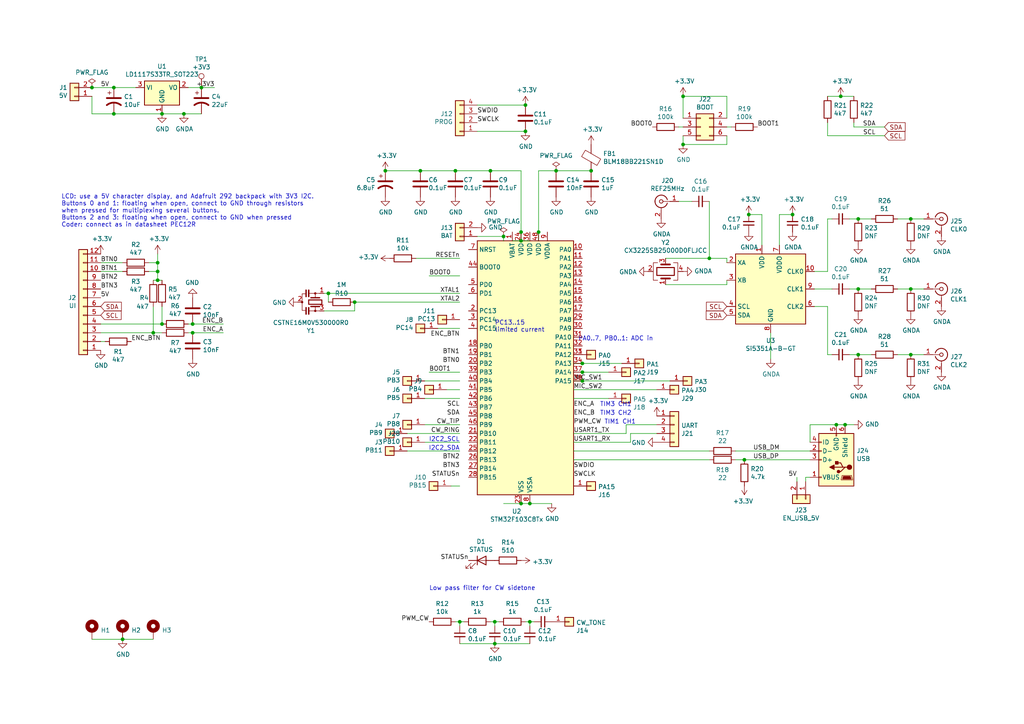
<source format=kicad_sch>
(kicad_sch (version 20230121) (generator eeschema)

  (uuid b0b8ec33-924a-4e85-8293-067de3e905b5)

  (paper "A4")

  

  (junction (at 151.13 69.85) (diameter 0) (color 0 0 0 0)
    (uuid 0828a92a-d372-4510-b156-d2460f5268ed)
  )
  (junction (at 143.51 186.69) (diameter 0) (color 0 0 0 0)
    (uuid 0dd9f3f6-b65d-4985-b8e9-44e622978a75)
  )
  (junction (at 171.45 49.53) (diameter 0) (color 0 0 0 0)
    (uuid 0f727fe5-8f57-42f2-a894-a1378f3e1790)
  )
  (junction (at 33.02 25.4) (diameter 0) (color 0 0 0 0)
    (uuid 11332622-e87d-442d-956a-2feba7900d68)
  )
  (junction (at 168.91 105.41) (diameter 0) (color 0 0 0 0)
    (uuid 203495e6-1629-43f8-9e16-f235b866cc8f)
  )
  (junction (at 26.67 25.4) (diameter 0) (color 0 0 0 0)
    (uuid 2ba6c49c-faa6-4d4d-b42f-896368757e72)
  )
  (junction (at 45.72 76.2) (diameter 0) (color 0 0 0 0)
    (uuid 2c0a8b34-63b0-486c-90ee-389f77faecf3)
  )
  (junction (at 45.72 78.74) (diameter 0) (color 0 0 0 0)
    (uuid 36d76d69-d6ce-498a-a5ef-db7e7fb54bab)
  )
  (junction (at 242.57 123.19) (diameter 0) (color 0 0 0 0)
    (uuid 38a3c793-dcad-415b-9924-ae973f46d846)
  )
  (junction (at 152.4 38.1) (diameter 0) (color 0 0 0 0)
    (uuid 39dccf89-57dc-4f06-ab1d-40392b6806a4)
  )
  (junction (at 146.05 68.58) (diameter 0) (color 0 0 0 0)
    (uuid 4047f485-67ec-4c01-a999-45b6916c55dc)
  )
  (junction (at 133.35 180.34) (diameter 0) (color 0 0 0 0)
    (uuid 5a7b418c-94ad-4739-817f-e3433093683f)
  )
  (junction (at 205.74 74.93) (diameter 0) (color 0 0 0 0)
    (uuid 5df9964e-aa3d-4f4a-9184-96ecf347330c)
  )
  (junction (at 35.56 185.42) (diameter 0) (color 0 0 0 0)
    (uuid 5e9fd750-c4e2-4e3b-9fd5-8debbe977bc8)
  )
  (junction (at 111.76 49.53) (diameter 0) (color 0 0 0 0)
    (uuid 6459782f-76cb-40dc-90d1-989e4be953ca)
  )
  (junction (at 46.99 93.98) (diameter 0) (color 0 0 0 0)
    (uuid 65c78062-671f-4a27-ad42-3138bbf1ee24)
  )
  (junction (at 143.51 180.34) (diameter 0) (color 0 0 0 0)
    (uuid 665ba6e7-33f1-40ca-8d53-33e086f93ea8)
  )
  (junction (at 33.02 33.02) (diameter 0) (color 0 0 0 0)
    (uuid 66fee927-73ea-4577-9977-aa0661c429f8)
  )
  (junction (at 132.08 49.53) (diameter 0) (color 0 0 0 0)
    (uuid 6ccadb57-c777-4575-b2c2-8edbeb2df649)
  )
  (junction (at 156.21 67.31) (diameter 0) (color 0 0 0 0)
    (uuid 6d673a61-4764-4245-a28c-cc8d441136f8)
  )
  (junction (at 152.4 30.48) (diameter 0) (color 0 0 0 0)
    (uuid 700c81c5-0939-48b6-9342-fceee531ae5b)
  )
  (junction (at 142.24 49.53) (diameter 0) (color 0 0 0 0)
    (uuid 73d05800-6a81-41bc-be5e-7c4c24373b00)
  )
  (junction (at 198.12 41.91) (diameter 0) (color 0 0 0 0)
    (uuid 75dc6a45-44ef-44d7-8834-f0ec02a1dc86)
  )
  (junction (at 161.29 49.53) (diameter 0) (color 0 0 0 0)
    (uuid 7cf6e285-16ef-4fc7-b11f-989b7b391941)
  )
  (junction (at 55.88 93.98) (diameter 0) (color 0 0 0 0)
    (uuid 7dfa8136-e4f5-4c55-9d36-83cbb4c7ae36)
  )
  (junction (at 46.99 33.02) (diameter 0) (color 0 0 0 0)
    (uuid 8508ec27-df27-4ab2-9476-1bf1f3d87862)
  )
  (junction (at 55.88 96.52) (diameter 0) (color 0 0 0 0)
    (uuid 85a64c5c-b881-4976-a2c3-297708ebca45)
  )
  (junction (at 245.11 123.19) (diameter 0) (color 0 0 0 0)
    (uuid 90254c3f-7fd6-47b3-acac-f4ca41f784e6)
  )
  (junction (at 264.16 102.87) (diameter 0) (color 0 0 0 0)
    (uuid 95fe3463-e348-40fc-8019-ca8829e63246)
  )
  (junction (at 229.87 62.23) (diameter 0) (color 0 0 0 0)
    (uuid 9a748f64-1536-4272-a55c-c07b4e2849d8)
  )
  (junction (at 248.92 63.5) (diameter 0) (color 0 0 0 0)
    (uuid 9b8fd68d-03fc-4daf-9da5-2e0193173278)
  )
  (junction (at 243.84 27.94) (diameter 0) (color 0 0 0 0)
    (uuid 9e2e05c0-fbf5-48ab-b5ff-6a0c8f143317)
  )
  (junction (at 102.87 87.63) (diameter 0) (color 0 0 0 0)
    (uuid aad2b5eb-ae52-49a3-a8ae-61b4455aaa94)
  )
  (junction (at 153.67 146.05) (diameter 0) (color 0 0 0 0)
    (uuid ace9a760-fc35-4c63-b638-103d87bddcfa)
  )
  (junction (at 95.25 85.09) (diameter 0) (color 0 0 0 0)
    (uuid b17d9028-5cd9-4c23-84e9-cd051227241e)
  )
  (junction (at 198.12 27.94) (diameter 0) (color 0 0 0 0)
    (uuid ba55333f-b2be-437b-bb47-5b8dbf13698f)
  )
  (junction (at 151.13 146.05) (diameter 0) (color 0 0 0 0)
    (uuid c042aba1-12c7-4238-a4f0-b793361cfd05)
  )
  (junction (at 264.16 63.5) (diameter 0) (color 0 0 0 0)
    (uuid c42d4e4b-1736-41da-9de3-3a3b48235178)
  )
  (junction (at 215.9 133.35) (diameter 0) (color 0 0 0 0)
    (uuid cf7345de-0efc-42c8-83d0-4a931f5eebdb)
  )
  (junction (at 248.92 83.82) (diameter 0) (color 0 0 0 0)
    (uuid dc1bbff2-269f-453c-bbe6-f0cf7e94da31)
  )
  (junction (at 168.91 110.49) (diameter 0) (color 0 0 0 0)
    (uuid e007fc86-48af-43ff-82c8-86ab8ab63874)
  )
  (junction (at 264.16 83.82) (diameter 0) (color 0 0 0 0)
    (uuid e0530618-e08c-4277-ab00-783c06f9e242)
  )
  (junction (at 53.34 33.02) (diameter 0) (color 0 0 0 0)
    (uuid e2434cdc-5d85-458c-876f-d71f8bb75db6)
  )
  (junction (at 151.13 67.31) (diameter 0) (color 0 0 0 0)
    (uuid e3ac3fc3-0b8b-4b58-b6b0-b7cf699f8c3a)
  )
  (junction (at 44.45 96.52) (diameter 0) (color 0 0 0 0)
    (uuid e79ad034-9c6d-47df-9287-2a5e773d66fd)
  )
  (junction (at 248.92 102.87) (diameter 0) (color 0 0 0 0)
    (uuid ea9e630a-b6fa-4eeb-a559-f383efe50307)
  )
  (junction (at 217.17 62.23) (diameter 0) (color 0 0 0 0)
    (uuid f10c0094-272c-4278-a3e3-023a716809b2)
  )
  (junction (at 168.91 107.95) (diameter 0) (color 0 0 0 0)
    (uuid f4298b04-6bf5-4e92-a246-da41c172be0e)
  )
  (junction (at 45.72 81.28) (diameter 0) (color 0 0 0 0)
    (uuid f66a61a8-e87e-42ab-bb60-e195b897da54)
  )
  (junction (at 58.42 25.4) (diameter 0) (color 0 0 0 0)
    (uuid f6a0bed0-5d3f-4efa-8853-82883b9426c7)
  )
  (junction (at 153.67 180.34) (diameter 0) (color 0 0 0 0)
    (uuid fcfb5f0e-71ef-454d-9f3b-455d75971d04)
  )
  (junction (at 121.92 49.53) (diameter 0) (color 0 0 0 0)
    (uuid fd37bebb-b1b2-4d7e-8b8b-55084e23f5ec)
  )

  (wire (pts (xy 124.46 107.95) (xy 133.35 107.95))
    (stroke (width 0) (type default))
    (uuid 011749fa-b636-4c1d-890f-2ff7870099fd)
  )
  (wire (pts (xy 248.92 83.82) (xy 246.38 83.82))
    (stroke (width 0) (type default))
    (uuid 08a85bc7-0418-4e3d-8463-c84ab3fc5248)
  )
  (wire (pts (xy 133.35 186.69) (xy 143.51 186.69))
    (stroke (width 0) (type default))
    (uuid 0a0742f5-213d-409d-adc1-8106818d323e)
  )
  (wire (pts (xy 194.31 110.49) (xy 168.91 110.49))
    (stroke (width 0) (type default))
    (uuid 0afa0796-21e3-4a45-a8d2-1654b06347df)
  )
  (wire (pts (xy 240.03 39.37) (xy 256.54 39.37))
    (stroke (width 0) (type default))
    (uuid 0fb5df33-4155-4c2b-9180-03feef69c33e)
  )
  (wire (pts (xy 26.67 25.4) (xy 33.02 25.4))
    (stroke (width 0) (type default))
    (uuid 11649d05-7d99-4874-a9d2-60650f0a2ad2)
  )
  (wire (pts (xy 123.19 115.57) (xy 133.35 115.57))
    (stroke (width 0) (type default))
    (uuid 1467e643-d539-4135-ac21-389a7c319871)
  )
  (wire (pts (xy 118.11 125.73) (xy 133.35 125.73))
    (stroke (width 0) (type default))
    (uuid 15dcb492-ecea-4486-9a0d-ce3a0067e219)
  )
  (wire (pts (xy 102.87 87.63) (xy 133.35 87.63))
    (stroke (width 0) (type default))
    (uuid 165fbcd5-736a-4919-9058-b936f3f2a939)
  )
  (wire (pts (xy 138.43 38.1) (xy 152.4 38.1))
    (stroke (width 0) (type default))
    (uuid 171aec37-aa32-4f8b-a96f-b5a4339b081b)
  )
  (wire (pts (xy 95.25 87.63) (xy 95.25 85.09))
    (stroke (width 0) (type default))
    (uuid 1803a324-36de-4d31-a6fe-8bf495fdcc8c)
  )
  (wire (pts (xy 102.87 90.17) (xy 102.87 87.63))
    (stroke (width 0) (type default))
    (uuid 1a8bd39c-5398-48ce-ae70-cadfa755e569)
  )
  (wire (pts (xy 120.65 74.93) (xy 133.35 74.93))
    (stroke (width 0) (type default))
    (uuid 1efabc88-ef00-4472-84d4-ba66ffdc7e01)
  )
  (wire (pts (xy 124.46 80.01) (xy 133.35 80.01))
    (stroke (width 0) (type default))
    (uuid 1f63e4a5-e9a3-448f-bc30-3fe2083051cb)
  )
  (wire (pts (xy 181.61 123.19) (xy 190.5 123.19))
    (stroke (width 0) (type default))
    (uuid 201309e8-ad3d-422d-8cd3-2d6efb4ed6a5)
  )
  (wire (pts (xy 205.74 74.93) (xy 210.82 74.93))
    (stroke (width 0) (type default))
    (uuid 20b3bc28-cac8-48ca-9dee-de1a2c65e357)
  )
  (wire (pts (xy 267.97 63.5) (xy 264.16 63.5))
    (stroke (width 0) (type default))
    (uuid 222d36b3-8037-4d01-9be9-982a37736fcb)
  )
  (wire (pts (xy 198.12 34.29) (xy 198.12 27.94))
    (stroke (width 0) (type default))
    (uuid 22d32f07-1b48-411e-bb59-3951f7e5b7b4)
  )
  (wire (pts (xy 267.97 102.87) (xy 264.16 102.87))
    (stroke (width 0) (type default))
    (uuid 266be3ce-43c6-446a-9a9e-2dd1b3ee3fb0)
  )
  (wire (pts (xy 132.08 180.34) (xy 133.35 180.34))
    (stroke (width 0) (type default))
    (uuid 273c15e6-3af1-46c2-909e-076c1df58386)
  )
  (wire (pts (xy 121.92 49.53) (xy 132.08 49.53))
    (stroke (width 0) (type default))
    (uuid 2800b7f0-770f-46b6-81fe-c19973ee546f)
  )
  (wire (pts (xy 252.73 102.87) (xy 248.92 102.87))
    (stroke (width 0) (type default))
    (uuid 297254ee-fd81-4526-a997-31e9dd670b49)
  )
  (wire (pts (xy 166.37 128.27) (xy 182.88 128.27))
    (stroke (width 0) (type default))
    (uuid 2bbb4f30-4e4b-4849-82f7-f6109420e5f6)
  )
  (wire (pts (xy 220.98 62.23) (xy 220.98 71.12))
    (stroke (width 0) (type default))
    (uuid 2c32c6b7-c44f-4955-9767-1258f82a9f4b)
  )
  (wire (pts (xy 43.18 76.2) (xy 45.72 76.2))
    (stroke (width 0) (type default))
    (uuid 3277ce6c-6980-4ca7-9dd3-81edb922a0d3)
  )
  (wire (pts (xy 252.73 83.82) (xy 248.92 83.82))
    (stroke (width 0) (type default))
    (uuid 3de3a8d5-ecdc-4fb7-bca4-612ff5d03d8a)
  )
  (wire (pts (xy 146.05 68.58) (xy 138.43 68.58))
    (stroke (width 0) (type default))
    (uuid 3eae0673-af50-4621-82c8-cdb9e709cff4)
  )
  (wire (pts (xy 55.88 93.98) (xy 64.77 93.98))
    (stroke (width 0) (type default))
    (uuid 3fa12efb-71b8-4fa9-90bb-5d77543fa756)
  )
  (wire (pts (xy 166.37 125.73) (xy 181.61 125.73))
    (stroke (width 0) (type default))
    (uuid 42ca4111-90e6-4631-814e-d20a98c23d3e)
  )
  (wire (pts (xy 153.67 180.34) (xy 154.94 180.34))
    (stroke (width 0) (type default))
    (uuid 430def70-d9a7-461a-9b18-7c2c3e29127a)
  )
  (wire (pts (xy 217.17 62.23) (xy 220.98 62.23))
    (stroke (width 0) (type default))
    (uuid 43af6ae3-cc30-4897-9b54-72f95134b290)
  )
  (wire (pts (xy 215.9 133.35) (xy 213.36 133.35))
    (stroke (width 0) (type default))
    (uuid 43bf4378-69e0-4308-ae03-9f5b32fc2fea)
  )
  (wire (pts (xy 143.51 181.61) (xy 143.51 180.34))
    (stroke (width 0) (type default))
    (uuid 450e6f3a-7212-4a8b-bedb-cfe7c241e734)
  )
  (wire (pts (xy 240.03 39.37) (xy 240.03 35.56))
    (stroke (width 0) (type default))
    (uuid 459a2fcd-81f1-47b7-9f33-83a402674eda)
  )
  (wire (pts (xy 236.22 83.82) (xy 241.3 83.82))
    (stroke (width 0) (type default))
    (uuid 4658c07e-0d2b-4b61-a233-fe230b347cb2)
  )
  (wire (pts (xy 161.29 49.53) (xy 156.21 49.53))
    (stroke (width 0) (type default))
    (uuid 4a873447-c7b2-46df-85a6-b9812a4befc2)
  )
  (wire (pts (xy 166.37 130.81) (xy 205.74 130.81))
    (stroke (width 0) (type default))
    (uuid 4ca9dbf4-c242-48fe-b086-4c2dad8e7cb9)
  )
  (wire (pts (xy 123.19 128.27) (xy 133.35 128.27))
    (stroke (width 0) (type default))
    (uuid 51a4f7f9-c2bc-4ee6-9994-aff5778b4bef)
  )
  (wire (pts (xy 146.05 69.85) (xy 146.05 68.58))
    (stroke (width 0) (type default))
    (uuid 549825d4-056d-434b-a166-eaf764f7dac8)
  )
  (wire (pts (xy 29.21 96.52) (xy 44.45 96.52))
    (stroke (width 0) (type default))
    (uuid 5574a0c6-267e-4394-9885-abe9c00f622f)
  )
  (wire (pts (xy 58.42 25.4) (xy 62.23 25.4))
    (stroke (width 0) (type default))
    (uuid 566f56c7-2ad8-4f4d-b91d-13355e890e8a)
  )
  (wire (pts (xy 193.04 82.55) (xy 210.82 82.55))
    (stroke (width 0) (type default))
    (uuid 5780cb65-aab7-4194-ba47-dbf571828f24)
  )
  (wire (pts (xy 133.35 130.81) (xy 118.11 130.81))
    (stroke (width 0) (type default))
    (uuid 589691b1-0115-4a14-837e-5ec2085c5694)
  )
  (wire (pts (xy 161.29 49.53) (xy 171.45 49.53))
    (stroke (width 0) (type default))
    (uuid 58f323c8-2623-4be2-80e6-81b50fe7edd5)
  )
  (wire (pts (xy 123.19 110.49) (xy 133.35 110.49))
    (stroke (width 0) (type default))
    (uuid 5b159c27-ebea-4c7f-b759-d534acf4e6b6)
  )
  (wire (pts (xy 243.84 27.94) (xy 247.65 27.94))
    (stroke (width 0) (type default))
    (uuid 5cdc8c3c-1e7f-4b35-a9f3-d8abf38e2643)
  )
  (wire (pts (xy 223.52 96.52) (xy 223.52 104.14))
    (stroke (width 0) (type default))
    (uuid 644efefc-5bee-4cc2-be0a-0d46be3b2f67)
  )
  (wire (pts (xy 210.82 82.55) (xy 210.82 81.28))
    (stroke (width 0) (type default))
    (uuid 64e588e8-79b1-4b9f-8fc3-3ad9cd8e28a4)
  )
  (wire (pts (xy 241.3 63.5) (xy 240.03 63.5))
    (stroke (width 0) (type default))
    (uuid 654745ef-d704-43e4-bc62-1590b23cafac)
  )
  (wire (pts (xy 138.43 30.48) (xy 152.4 30.48))
    (stroke (width 0) (type default))
    (uuid 67d816e0-e110-4eb2-b048-fdaf79c9e7f4)
  )
  (wire (pts (xy 210.82 34.29) (xy 210.82 27.94))
    (stroke (width 0) (type default))
    (uuid 67e74a91-b6a7-4afc-8723-bea5e0543f08)
  )
  (wire (pts (xy 176.53 115.57) (xy 166.37 115.57))
    (stroke (width 0) (type default))
    (uuid 6861b716-a701-40b0-8f15-8eacff0514dc)
  )
  (wire (pts (xy 95.25 85.09) (xy 93.98 85.09))
    (stroke (width 0) (type default))
    (uuid 68a9bc78-7160-4ed2-a62d-1dbf507023a4)
  )
  (wire (pts (xy 123.19 123.19) (xy 133.35 123.19))
    (stroke (width 0) (type default))
    (uuid 68f37e40-c24a-42af-b8be-48c6f0fbe512)
  )
  (wire (pts (xy 226.06 62.23) (xy 226.06 71.12))
    (stroke (width 0) (type default))
    (uuid 692cbf0f-885f-4318-90f6-1b957ecbb970)
  )
  (wire (pts (xy 242.57 123.19) (xy 234.95 123.19))
    (stroke (width 0) (type default))
    (uuid 693ea894-66ee-4e1b-b31c-20fa167a5165)
  )
  (wire (pts (xy 210.82 74.93) (xy 210.82 76.2))
    (stroke (width 0) (type default))
    (uuid 6cbee5ce-63d8-4a2d-9be0-831700aa2ce6)
  )
  (wire (pts (xy 153.67 146.05) (xy 151.13 146.05))
    (stroke (width 0) (type default))
    (uuid 6ed1fe78-f22c-401a-ac96-566c2c9cbdad)
  )
  (wire (pts (xy 267.97 83.82) (xy 264.16 83.82))
    (stroke (width 0) (type default))
    (uuid 6f62e7f6-4ba0-479f-87d6-069102c3512d)
  )
  (wire (pts (xy 54.61 96.52) (xy 55.88 96.52))
    (stroke (width 0) (type default))
    (uuid 717cd12b-7c9a-4ba3-92e0-2f00deb7f65a)
  )
  (wire (pts (xy 130.81 140.97) (xy 133.35 140.97))
    (stroke (width 0) (type default))
    (uuid 7251743a-f6d2-4e80-a816-43a29ef7e420)
  )
  (wire (pts (xy 233.68 139.7) (xy 233.68 138.43))
    (stroke (width 0) (type default))
    (uuid 72bd3eb5-82fd-45bf-a092-4b47d47a5e80)
  )
  (wire (pts (xy 168.91 105.41) (xy 166.37 105.41))
    (stroke (width 0) (type default))
    (uuid 74a3429a-418b-4364-bbe7-97ec55524899)
  )
  (wire (pts (xy 156.21 49.53) (xy 156.21 67.31))
    (stroke (width 0) (type default))
    (uuid 74c389f2-b168-485d-8955-51eeb953f34f)
  )
  (wire (pts (xy 182.88 125.73) (xy 182.88 128.27))
    (stroke (width 0) (type default))
    (uuid 78004524-ea97-4c65-bc9f-46693b9e3092)
  )
  (wire (pts (xy 240.03 63.5) (xy 240.03 78.74))
    (stroke (width 0) (type default))
    (uuid 7a8c1ec6-6c0d-466b-bb06-8b4e2bf1d2ad)
  )
  (wire (pts (xy 234.95 123.19) (xy 234.95 128.27))
    (stroke (width 0) (type default))
    (uuid 7ba42613-ad5f-4869-bc00-5ac764e6542a)
  )
  (wire (pts (xy 205.74 58.42) (xy 205.74 74.93))
    (stroke (width 0) (type default))
    (uuid 7c54a952-c931-4812-9a56-547a5958c404)
  )
  (wire (pts (xy 29.21 93.98) (xy 46.99 93.98))
    (stroke (width 0) (type default))
    (uuid 7e36cdc9-d93c-4ac7-9d64-f9354503e466)
  )
  (wire (pts (xy 152.4 180.34) (xy 153.67 180.34))
    (stroke (width 0) (type default))
    (uuid 7e4d1e45-e253-4ce6-8fc4-1733dc276a5e)
  )
  (wire (pts (xy 45.72 81.28) (xy 45.72 78.74))
    (stroke (width 0) (type default))
    (uuid 807ecdea-5845-4986-955c-9415aceb87b4)
  )
  (wire (pts (xy 46.99 88.9) (xy 46.99 93.98))
    (stroke (width 0) (type default))
    (uuid 843fa472-89d4-4423-af9d-ecc4e9ae18c4)
  )
  (wire (pts (xy 151.13 49.53) (xy 151.13 67.31))
    (stroke (width 0) (type default))
    (uuid 85c329d6-9c3c-4e3b-8446-f08454ce0415)
  )
  (wire (pts (xy 127 95.25) (xy 133.35 95.25))
    (stroke (width 0) (type default))
    (uuid 85d585fb-6596-4824-a844-5f7ee559b80c)
  )
  (wire (pts (xy 153.67 69.85) (xy 151.13 69.85))
    (stroke (width 0) (type default))
    (uuid 8a44af55-777a-469c-8d1a-4df673d33c48)
  )
  (wire (pts (xy 111.76 49.53) (xy 121.92 49.53))
    (stroke (width 0) (type default))
    (uuid 8b4f6305-4f5b-462b-bd2a-2f0054347a19)
  )
  (wire (pts (xy 196.85 36.83) (xy 198.12 36.83))
    (stroke (width 0) (type default))
    (uuid 90036088-29a6-4a36-9218-1744e248427b)
  )
  (wire (pts (xy 143.51 180.34) (xy 144.78 180.34))
    (stroke (width 0) (type default))
    (uuid 91931bf4-1961-415b-ac7d-e473fc9bc59a)
  )
  (wire (pts (xy 264.16 63.5) (xy 260.35 63.5))
    (stroke (width 0) (type default))
    (uuid 93a00386-0a3d-4df3-90f0-2e4f1da47b69)
  )
  (wire (pts (xy 53.34 33.02) (xy 58.42 33.02))
    (stroke (width 0) (type default))
    (uuid 93e64c44-bb46-443d-962c-b01fb46fa4b2)
  )
  (wire (pts (xy 160.02 146.05) (xy 153.67 146.05))
    (stroke (width 0) (type default))
    (uuid 941b9584-ae5d-4263-ad9f-8266082757ea)
  )
  (wire (pts (xy 26.67 27.94) (xy 26.67 33.02))
    (stroke (width 0) (type default))
    (uuid 94c42184-408d-4b03-9c04-f1ae71d4e0f8)
  )
  (wire (pts (xy 252.73 63.5) (xy 248.92 63.5))
    (stroke (width 0) (type default))
    (uuid 97633b93-f641-4a00-b80b-b2239cfcacd9)
  )
  (wire (pts (xy 168.91 107.95) (xy 176.53 107.95))
    (stroke (width 0) (type default))
    (uuid 992839e7-0b1c-4ac6-ac5d-a56b5760c559)
  )
  (wire (pts (xy 133.35 85.09) (xy 95.25 85.09))
    (stroke (width 0) (type default))
    (uuid 99465704-8a2e-4318-8c8d-c98a4e5f637c)
  )
  (wire (pts (xy 248.92 63.5) (xy 246.38 63.5))
    (stroke (width 0) (type default))
    (uuid 9b59f465-c0dc-4f23-bb5e-6f4d65fbe7a3)
  )
  (wire (pts (xy 233.68 138.43) (xy 234.95 138.43))
    (stroke (width 0) (type default))
    (uuid 9f345a86-10ae-4eba-bc68-7513cc28439e)
  )
  (wire (pts (xy 156.21 67.31) (xy 156.21 69.85))
    (stroke (width 0) (type default))
    (uuid 9f604072-438b-4c2f-959f-3c23fb7004d3)
  )
  (wire (pts (xy 264.16 83.82) (xy 260.35 83.82))
    (stroke (width 0) (type default))
    (uuid a0be4528-8c4b-4567-88ae-ca0d8bcfdf92)
  )
  (wire (pts (xy 33.02 33.02) (xy 46.99 33.02))
    (stroke (width 0) (type default))
    (uuid a230cafa-8445-4fc5-b958-81f0710f9b48)
  )
  (wire (pts (xy 39.37 25.4) (xy 33.02 25.4))
    (stroke (width 0) (type default))
    (uuid a35dd921-55a5-4d2d-b346-6428ddeaa717)
  )
  (wire (pts (xy 166.37 107.95) (xy 168.91 107.95))
    (stroke (width 0) (type default))
    (uuid a36533e8-e590-4385-aa47-be00524eccfd)
  )
  (wire (pts (xy 198.12 41.91) (xy 198.12 39.37))
    (stroke (width 0) (type default))
    (uuid a3d46584-d3f0-4c86-9aae-aa6cfbc1a524)
  )
  (wire (pts (xy 264.16 102.87) (xy 260.35 102.87))
    (stroke (width 0) (type default))
    (uuid a3d6fce6-924c-4264-95d4-f76ef55c490b)
  )
  (wire (pts (xy 54.61 93.98) (xy 55.88 93.98))
    (stroke (width 0) (type default))
    (uuid a5c81ed4-6c4d-49b4-8f9f-7007dcd5578b)
  )
  (wire (pts (xy 247.65 36.83) (xy 256.54 36.83))
    (stroke (width 0) (type default))
    (uuid a5dee1de-5fc9-4082-b3e3-05abb4749102)
  )
  (wire (pts (xy 151.13 69.85) (xy 148.59 69.85))
    (stroke (width 0) (type default))
    (uuid a5f789f7-35eb-4f7e-98ea-e867b2f48e9e)
  )
  (wire (pts (xy 240.03 78.74) (xy 236.22 78.74))
    (stroke (width 0) (type default))
    (uuid a8751e5e-b043-44e9-9f66-49a4e7022599)
  )
  (wire (pts (xy 44.45 96.52) (xy 46.99 96.52))
    (stroke (width 0) (type default))
    (uuid ad87748a-c400-4295-95c6-a06763af5408)
  )
  (wire (pts (xy 46.99 33.02) (xy 53.34 33.02))
    (stroke (width 0) (type default))
    (uuid b3e0738c-7847-42ad-b718-7a975a15d3e5)
  )
  (wire (pts (xy 210.82 27.94) (xy 198.12 27.94))
    (stroke (width 0) (type default))
    (uuid b3ef88d0-a479-4485-8174-09c4b516fc64)
  )
  (wire (pts (xy 200.66 58.42) (xy 196.85 58.42))
    (stroke (width 0) (type default))
    (uuid b65bfb6d-5f8f-4acd-aec1-cac3485f73aa)
  )
  (wire (pts (xy 26.67 185.42) (xy 35.56 185.42))
    (stroke (width 0) (type default))
    (uuid b66c1544-f287-4d4b-b4bd-ee7a9aa4675e)
  )
  (wire (pts (xy 246.38 102.87) (xy 248.92 102.87))
    (stroke (width 0) (type default))
    (uuid b8030750-4dc1-46f1-b90c-3dde673e18e7)
  )
  (wire (pts (xy 35.56 185.42) (xy 44.45 185.42))
    (stroke (width 0) (type default))
    (uuid bd61a139-ac70-4cba-aaaa-9ba7159761d7)
  )
  (wire (pts (xy 143.51 186.69) (xy 153.67 186.69))
    (stroke (width 0) (type default))
    (uuid c1095742-cbeb-454d-933d-08f57e6304f8)
  )
  (wire (pts (xy 241.3 102.87) (xy 240.03 102.87))
    (stroke (width 0) (type default))
    (uuid c1c54083-1e6c-4b70-94af-0eb843b64b56)
  )
  (wire (pts (xy 142.24 180.34) (xy 143.51 180.34))
    (stroke (width 0) (type default))
    (uuid c1e764d2-0043-4103-9b51-034111e56b10)
  )
  (wire (pts (xy 29.21 76.2) (xy 35.56 76.2))
    (stroke (width 0) (type default))
    (uuid c39fc622-d117-460d-b614-e393bf4c6d53)
  )
  (wire (pts (xy 133.35 113.03) (xy 129.54 113.03))
    (stroke (width 0) (type default))
    (uuid c9690b8e-f3b2-4417-9333-72b787e25b88)
  )
  (wire (pts (xy 43.18 78.74) (xy 45.72 78.74))
    (stroke (width 0) (type default))
    (uuid ca01d448-77a2-4733-9390-b322b59c9736)
  )
  (wire (pts (xy 151.13 67.31) (xy 151.13 69.85))
    (stroke (width 0) (type default))
    (uuid ca509b71-4c84-4053-ab6e-f5e605d1ea0a)
  )
  (wire (pts (xy 180.34 105.41) (xy 168.91 105.41))
    (stroke (width 0) (type default))
    (uuid ce99b6a0-8031-4775-8eaa-f0ea01128f28)
  )
  (wire (pts (xy 181.61 125.73) (xy 181.61 123.19))
    (stroke (width 0) (type default))
    (uuid cf7d96bf-3dd5-4a76-b8c3-4d1dcfde06d1)
  )
  (wire (pts (xy 102.87 90.17) (xy 93.98 90.17))
    (stroke (width 0) (type default))
    (uuid d0e318dc-47a9-4d47-a3b5-846d59a72f97)
  )
  (wire (pts (xy 45.72 76.2) (xy 45.72 73.66))
    (stroke (width 0) (type default))
    (uuid d414d101-4d50-4c49-812a-ae19317a2a5b)
  )
  (wire (pts (xy 54.61 25.4) (xy 58.42 25.4))
    (stroke (width 0) (type default))
    (uuid d42802c0-e442-4da1-b486-0083053b251a)
  )
  (wire (pts (xy 229.87 62.23) (xy 226.06 62.23))
    (stroke (width 0) (type default))
    (uuid d4fffaf9-b76f-47b0-ad8d-1dc300569ca1)
  )
  (wire (pts (xy 240.03 102.87) (xy 240.03 88.9))
    (stroke (width 0) (type default))
    (uuid d6000d13-f19b-4cc7-bd78-b503274d968d)
  )
  (wire (pts (xy 247.65 36.83) (xy 247.65 35.56))
    (stroke (width 0) (type default))
    (uuid d9dce535-3403-46a8-bbc1-07c300fb2cd0)
  )
  (wire (pts (xy 153.67 181.61) (xy 153.67 180.34))
    (stroke (width 0) (type default))
    (uuid d9f20f48-d695-4183-83dd-2bfc32eee146)
  )
  (wire (pts (xy 29.21 78.74) (xy 35.56 78.74))
    (stroke (width 0) (type default))
    (uuid db6ef6e1-406e-4e19-bc61-964beaf659e2)
  )
  (wire (pts (xy 245.11 123.19) (xy 242.57 123.19))
    (stroke (width 0) (type default))
    (uuid dc03a0f8-93cb-4ede-a1d5-0edceeede7fc)
  )
  (wire (pts (xy 133.35 180.34) (xy 134.62 180.34))
    (stroke (width 0) (type default))
    (uuid dd0d1fef-cd7c-4d5a-b0b0-f210ab6bc2bc)
  )
  (wire (pts (xy 213.36 130.81) (xy 234.95 130.81))
    (stroke (width 0) (type default))
    (uuid de5af595-59eb-43be-b16b-a1561ce7e373)
  )
  (wire (pts (xy 45.72 81.28) (xy 44.45 81.28))
    (stroke (width 0) (type default))
    (uuid df867256-26e3-44b7-8562-9bcf5ca5973d)
  )
  (wire (pts (xy 193.04 74.93) (xy 205.74 74.93))
    (stroke (width 0) (type default))
    (uuid e0ee771e-6255-46c7-8596-bb01dcfd86ae)
  )
  (wire (pts (xy 215.9 133.35) (xy 234.95 133.35))
    (stroke (width 0) (type default))
    (uuid e125eb40-971c-4302-a6f5-241fd0d88baa)
  )
  (wire (pts (xy 46.99 81.28) (xy 45.72 81.28))
    (stroke (width 0) (type default))
    (uuid e2da4f41-d9e9-4d87-b79e-36fc8a14e1bf)
  )
  (wire (pts (xy 26.67 33.02) (xy 33.02 33.02))
    (stroke (width 0) (type default))
    (uuid e33e2398-b95d-494d-bb34-2806942da8a5)
  )
  (wire (pts (xy 45.72 78.74) (xy 45.72 76.2))
    (stroke (width 0) (type default))
    (uuid e3a5eba5-b62a-48fa-aee5-5f0809ac461c)
  )
  (wire (pts (xy 198.12 41.91) (xy 210.82 41.91))
    (stroke (width 0) (type default))
    (uuid e63aea20-4212-4e5d-b000-79424def60c9)
  )
  (wire (pts (xy 240.03 27.94) (xy 243.84 27.94))
    (stroke (width 0) (type default))
    (uuid e9e4fe55-3f10-4eb5-94e1-cde1cfe287f1)
  )
  (wire (pts (xy 132.08 49.53) (xy 142.24 49.53))
    (stroke (width 0) (type default))
    (uuid eb06b55d-42ef-49d8-a45b-1f2d61c9a1ff)
  )
  (wire (pts (xy 168.91 110.49) (xy 166.37 110.49))
    (stroke (width 0) (type default))
    (uuid ebfe4ece-238a-482d-8826-87063861aa90)
  )
  (wire (pts (xy 190.5 125.73) (xy 182.88 125.73))
    (stroke (width 0) (type default))
    (uuid ed904c3f-c04e-43ed-b581-d3108d5bcbd8)
  )
  (wire (pts (xy 247.65 123.19) (xy 245.11 123.19))
    (stroke (width 0) (type default))
    (uuid edfbb574-3274-4060-b7b4-31341a2c0053)
  )
  (wire (pts (xy 146.05 146.05) (xy 151.13 146.05))
    (stroke (width 0) (type default))
    (uuid f44902b7-6357-492e-a662-4c690dd8bd25)
  )
  (wire (pts (xy 55.88 96.52) (xy 64.77 96.52))
    (stroke (width 0) (type default))
    (uuid f6a3d1b8-f01f-4300-88a2-d93e5e0ddc64)
  )
  (wire (pts (xy 133.35 180.34) (xy 133.35 181.61))
    (stroke (width 0) (type default))
    (uuid f6bdd31b-00fa-438b-87d2-1c3939440516)
  )
  (wire (pts (xy 231.14 139.7) (xy 231.14 138.43))
    (stroke (width 0) (type default))
    (uuid f6effa27-bf48-4ad4-9fb7-b7a95b21e98d)
  )
  (wire (pts (xy 44.45 88.9) (xy 44.45 96.52))
    (stroke (width 0) (type default))
    (uuid f74879de-3d24-4248-a9b7-e561550575d9)
  )
  (wire (pts (xy 212.09 36.83) (xy 210.82 36.83))
    (stroke (width 0) (type default))
    (uuid f9d3650f-ce30-495a-8a78-ad2c62678a4c)
  )
  (wire (pts (xy 166.37 113.03) (xy 190.5 113.03))
    (stroke (width 0) (type default))
    (uuid fac0cca1-1e07-48c4-91f2-797a95ea5b3f)
  )
  (wire (pts (xy 166.37 133.35) (xy 205.74 133.35))
    (stroke (width 0) (type default))
    (uuid fc9506e6-202d-43eb-af40-11f82c4194cf)
  )
  (wire (pts (xy 29.21 99.06) (xy 30.48 99.06))
    (stroke (width 0) (type default))
    (uuid fce73ace-6438-420c-abcd-ec617107fe29)
  )
  (wire (pts (xy 210.82 41.91) (xy 210.82 39.37))
    (stroke (width 0) (type default))
    (uuid fd075f54-26b6-4d8a-ae1f-dbdbefe3847e)
  )
  (wire (pts (xy 240.03 88.9) (xy 236.22 88.9))
    (stroke (width 0) (type default))
    (uuid fdf3f30b-2aaf-4004-8a7f-635c31e8d409)
  )
  (wire (pts (xy 142.24 49.53) (xy 151.13 49.53))
    (stroke (width 0) (type default))
    (uuid fe83a3a5-aeab-44cc-8bca-ac413c6add15)
  )

  (text "TIM1 CH1" (at 175.26 123.19 0)
    (effects (font (size 1.27 1.27)) (justify left bottom))
    (uuid 1644c1fc-f7d2-4f53-a18b-eeca363d2b7e)
  )
  (text "PA0..7, PB0..1: ADC in" (at 167.64 99.06 0)
    (effects (font (size 1.27 1.27)) (justify left bottom))
    (uuid 30fb5cc8-a637-41a0-8257-a7421dc2c802)
  )
  (text "TIM3 CH1" (at 173.99 118.11 0)
    (effects (font (size 1.27 1.27)) (justify left bottom))
    (uuid 33dfbbcb-7cfb-457a-a170-2a56e8ab4220)
  )
  (text "TIM3 CH2" (at 173.99 120.65 0)
    (effects (font (size 1.27 1.27)) (justify left bottom))
    (uuid 707ed282-0286-481a-bbaa-e112b9f0e4b1)
  )
  (text "I2C2_SDA" (at 133.35 130.81 0)
    (effects (font (size 1.27 1.27)) (justify right bottom))
    (uuid 7f976f6f-b18d-42dc-8e01-b9c2554a1af3)
  )
  (text "Low pass filter for CW sidetone" (at 124.46 171.45 0)
    (effects (font (size 1.27 1.27)) (justify left bottom))
    (uuid dc64fd3f-9c18-406d-831e-142ec5575488)
  )
  (text "I2C2_SCL" (at 133.35 128.27 0)
    (effects (font (size 1.27 1.27)) (justify right bottom))
    (uuid eccb8fe5-a3c2-4c88-a751-cd5317cc9a1f)
  )
  (text "LCD: use a 5V character display, and Adafruit 292 backpack with 3V3 I2C.\nButtons 0 and 1: floating when open, connect to GND through resistors\nwhen pressed for multiplexing several buttons.\nButtons 2 and 3: floating when open, connect to GND when pressed\nCoder: connect as in datasheet PEC12R"
    (at 17.78 66.04 0)
    (effects (font (size 1.27 1.27)) (justify left bottom))
    (uuid f2b6a1da-4b5a-4584-8d0c-db1b380a5ad3)
  )
  (text "PC13..15\nlimited current" (at 143.51 96.52 0)
    (effects (font (size 1.27 1.27)) (justify left bottom))
    (uuid f73b6688-9f25-4ac1-abef-0e91b65e976f)
  )

  (label "RESETn" (at 133.35 74.93 180)
    (effects (font (size 1.27 1.27)) (justify right bottom))
    (uuid 02499b05-87bb-4206-99bc-e86bde0c7324)
  )
  (label "SCL" (at 133.35 118.11 180)
    (effects (font (size 1.27 1.27)) (justify right bottom))
    (uuid 04dad08d-d028-4b52-a513-440e9cab1b9e)
  )
  (label "PWM_CW" (at 166.37 123.19 0)
    (effects (font (size 1.27 1.27)) (justify left bottom))
    (uuid 103ba343-b837-454b-98e8-b1aff3a149d8)
  )
  (label "CW_TIP" (at 133.35 123.19 180)
    (effects (font (size 1.27 1.27)) (justify right bottom))
    (uuid 15c2f546-971b-466f-a3ae-e6ccbd12f6d2)
  )
  (label "SWDIO" (at 166.37 135.89 0)
    (effects (font (size 1.27 1.27)) (justify left bottom))
    (uuid 28dcb6e3-99bc-487f-851e-4869ac727100)
  )
  (label "BTN3" (at 29.21 83.82 0)
    (effects (font (size 1.27 1.27)) (justify left bottom))
    (uuid 2961d5a3-b80e-403d-87e2-44e39633aa0b)
  )
  (label "BTN1" (at 133.35 102.87 180)
    (effects (font (size 1.27 1.27)) (justify right bottom))
    (uuid 29e46f59-0b01-4d8c-b933-fee936b292dd)
  )
  (label "BTN3" (at 133.35 135.89 180)
    (effects (font (size 1.27 1.27)) (justify right bottom))
    (uuid 2d2e956a-1362-4f09-aadb-57641d65d8d6)
  )
  (label "SDA" (at 133.35 120.65 180)
    (effects (font (size 1.27 1.27)) (justify right bottom))
    (uuid 341ea9a0-05e3-4a03-bdd4-304a036b2d3f)
  )
  (label "ENC_BTN" (at 38.1 99.06 0)
    (effects (font (size 1.27 1.27)) (justify left bottom))
    (uuid 35b66b28-18c6-4001-a6fd-52891590071f)
  )
  (label "BTN2" (at 133.35 133.35 180)
    (effects (font (size 1.27 1.27)) (justify right bottom))
    (uuid 375f9ae7-3fa3-4fdd-ab3d-51b6f36853b1)
  )
  (label "5V" (at 231.14 138.43 180)
    (effects (font (size 1.27 1.27)) (justify right bottom))
    (uuid 376e5863-841a-471f-94e7-7f4aac5c1dbe)
  )
  (label "SDA" (at 254 36.83 180)
    (effects (font (size 1.27 1.27)) (justify right bottom))
    (uuid 37c5661c-b282-4a02-838b-ff6eab477ef2)
  )
  (label "MIC_SW2" (at 166.37 113.03 0)
    (effects (font (size 1.27 1.27)) (justify left bottom))
    (uuid 3c23bd87-9af6-4702-9200-08512e784145)
  )
  (label "BOOT1" (at 219.71 36.83 0)
    (effects (font (size 1.27 1.27)) (justify left bottom))
    (uuid 3ce58532-9f7c-4c97-8384-9c29dcc08300)
  )
  (label "USART1_RX" (at 166.37 128.27 0)
    (effects (font (size 1.27 1.27)) (justify left bottom))
    (uuid 3dc80170-c8e0-4d21-a18a-d0745336c4e7)
  )
  (label "STATUSn" (at 133.35 138.43 180)
    (effects (font (size 1.27 1.27)) (justify right bottom))
    (uuid 4517e5d0-040b-4c7e-be3c-5cb03733f30d)
  )
  (label "SWCLK" (at 138.43 35.56 0)
    (effects (font (size 1.27 1.27)) (justify left bottom))
    (uuid 4838eee4-c7f8-4d7b-becc-de893bac319c)
  )
  (label "CW_RING" (at 133.35 125.73 180)
    (effects (font (size 1.27 1.27)) (justify right bottom))
    (uuid 4e962d54-9cca-4b75-9b3d-fdfc4f97c764)
  )
  (label "ENC_A" (at 64.77 96.52 180)
    (effects (font (size 1.27 1.27)) (justify right bottom))
    (uuid 631e2a36-ea99-464b-a61d-aed9b8d93f6b)
  )
  (label "BTN0" (at 133.35 105.41 180)
    (effects (font (size 1.27 1.27)) (justify right bottom))
    (uuid 68d238bc-b340-46b1-9528-8d0c84cbf518)
  )
  (label "ENC_B" (at 166.37 120.65 0)
    (effects (font (size 1.27 1.27)) (justify left bottom))
    (uuid 69dda767-59b7-4daf-973c-974606ff720a)
  )
  (label "XTAL1" (at 133.35 85.09 180)
    (effects (font (size 1.27 1.27)) (justify right bottom))
    (uuid 6b482750-b141-4a0f-9dea-5cd462c15372)
  )
  (label "ENC_B" (at 64.77 93.98 180)
    (effects (font (size 1.27 1.27)) (justify right bottom))
    (uuid 77136c19-4557-49f1-b04d-0e2a9f972bbe)
  )
  (label "BTN0" (at 29.21 76.2 0)
    (effects (font (size 1.27 1.27)) (justify left bottom))
    (uuid 77889340-4597-44a1-bae7-c5735b4b2a82)
  )
  (label "STATUSn" (at 135.89 162.56 180)
    (effects (font (size 1.27 1.27)) (justify right bottom))
    (uuid 78127ff2-f261-4993-9522-a620f9726add)
  )
  (label "BTN1" (at 29.21 78.74 0)
    (effects (font (size 1.27 1.27)) (justify left bottom))
    (uuid 7d5b05a3-f5ef-4a9b-b494-ac729f4307d9)
  )
  (label "5V" (at 29.21 25.4 0)
    (effects (font (size 1.27 1.27)) (justify left bottom))
    (uuid 8afe6f49-6c19-4150-98f6-cb32482110cf)
  )
  (label "USB_DM" (at 218.44 130.81 0)
    (effects (font (size 1.27 1.27)) (justify left bottom))
    (uuid 8bf6c854-0bb0-4c52-a8d0-696caed72305)
  )
  (label "ENC_A" (at 166.37 118.11 0)
    (effects (font (size 1.27 1.27)) (justify left bottom))
    (uuid 8e93db73-ba58-4a11-b804-eb73497023c2)
  )
  (label "BOOT0" (at 124.46 80.01 0)
    (effects (font (size 1.27 1.27)) (justify left bottom))
    (uuid 92a05296-159a-4a51-9a86-9e332ca0c141)
  )
  (label "SWDIO" (at 138.43 33.02 0)
    (effects (font (size 1.27 1.27)) (justify left bottom))
    (uuid 95a04210-dbeb-43f0-a282-6cf6243707f7)
  )
  (label "MIC_SW1" (at 166.37 110.49 0)
    (effects (font (size 1.27 1.27)) (justify left bottom))
    (uuid a905e8f8-01ee-441a-b7d3-a27aac390b37)
  )
  (label "USB_DP" (at 218.44 133.35 0)
    (effects (font (size 1.27 1.27)) (justify left bottom))
    (uuid aa9bff30-b957-4e5f-8905-2c91029ed20e)
  )
  (label "XTAL2" (at 133.35 87.63 180)
    (effects (font (size 1.27 1.27)) (justify right bottom))
    (uuid ac9e34fc-ebff-4df5-a5dd-3b089148607c)
  )
  (label "+3V3" (at 62.23 25.4 180)
    (effects (font (size 1.27 1.27)) (justify right bottom))
    (uuid b30b3a9f-69b9-414a-951f-847974f31840)
  )
  (label "SWCLK" (at 166.37 138.43 0)
    (effects (font (size 1.27 1.27)) (justify left bottom))
    (uuid b8a02670-031e-41aa-8a1d-beca76252be8)
  )
  (label "BOOT1" (at 124.46 107.95 0)
    (effects (font (size 1.27 1.27)) (justify left bottom))
    (uuid bc2faba6-18a1-4b3f-8c4b-2ce07089217b)
  )
  (label "PWM_CW" (at 124.46 180.34 180)
    (effects (font (size 1.27 1.27)) (justify right bottom))
    (uuid c6c74062-82ab-45cc-b723-8286622ab98a)
  )
  (label "BOOT0" (at 189.23 36.83 180)
    (effects (font (size 1.27 1.27)) (justify right bottom))
    (uuid ce22e82b-ee3c-4a03-938b-2c163d82b731)
  )
  (label "5V" (at 29.21 86.36 0)
    (effects (font (size 1.27 1.27)) (justify left bottom))
    (uuid d60309fa-7a94-49f1-8398-888e407f49a0)
  )
  (label "BTN2" (at 29.21 81.28 0)
    (effects (font (size 1.27 1.27)) (justify left bottom))
    (uuid e860182c-4801-416b-a8d0-e5acb4e60706)
  )
  (label "USART1_TX" (at 166.37 125.73 0)
    (effects (font (size 1.27 1.27)) (justify left bottom))
    (uuid f3a49005-d4af-4688-9d7a-d3245fc0aa89)
  )
  (label "ENC_BTN" (at 133.35 97.79 180)
    (effects (font (size 1.27 1.27)) (justify right bottom))
    (uuid f4cf737c-ea22-4385-86e9-76144245c44d)
  )
  (label "SCL" (at 254 39.37 180)
    (effects (font (size 1.27 1.27)) (justify right bottom))
    (uuid fc82dcc6-6715-4cf4-8485-ad7e1e3a5e74)
  )

  (global_label "SCL" (shape input) (at 256.54 39.37 0)
    (effects (font (size 1.27 1.27)) (justify left))
    (uuid 1cf57d70-8be0-4636-9f20-268c8efcf18e)
    (property "Intersheetrefs" "${INTERSHEET_REFS}" (at 256.54 39.37 0)
      (effects (font (size 1.27 1.27)) hide)
    )
  )
  (global_label "SDA" (shape input) (at 210.82 91.44 180)
    (effects (font (size 1.27 1.27)) (justify right))
    (uuid 202b497b-fa85-4642-9674-4e108d4562b0)
    (property "Intersheetrefs" "${INTERSHEET_REFS}" (at 210.82 91.44 0)
      (effects (font (size 1.27 1.27)) hide)
    )
  )
  (global_label "SDA" (shape input) (at 29.21 88.9 0)
    (effects (font (size 1.27 1.27)) (justify left))
    (uuid 398370fb-ae8e-4fdf-836b-2b4217291945)
    (property "Intersheetrefs" "${INTERSHEET_REFS}" (at 29.21 88.9 0)
      (effects (font (size 1.27 1.27)) hide)
    )
  )
  (global_label "SDA" (shape input) (at 256.54 36.83 0)
    (effects (font (size 1.27 1.27)) (justify left))
    (uuid 5518b69c-91b1-4ee9-a0b2-8ed78857dc7f)
    (property "Intersheetrefs" "${INTERSHEET_REFS}" (at 256.54 36.83 0)
      (effects (font (size 1.27 1.27)) hide)
    )
  )
  (global_label "SCL" (shape input) (at 29.21 91.44 0)
    (effects (font (size 1.27 1.27)) (justify left))
    (uuid be9dfe81-88f6-4b85-a5ba-c18a525338f3)
    (property "Intersheetrefs" "${INTERSHEET_REFS}" (at 29.21 91.44 0)
      (effects (font (size 1.27 1.27)) hide)
    )
  )
  (global_label "SCL" (shape input) (at 210.82 88.9 180)
    (effects (font (size 1.27 1.27)) (justify right))
    (uuid ea3a1b4e-3c81-4e51-a476-455e552c30f9)
    (property "Intersheetrefs" "${INTERSHEET_REFS}" (at 210.82 88.9 0)
      (effects (font (size 1.27 1.27)) hide)
    )
  )

  (symbol (lib_id "Device:R") (at 116.84 74.93 90) (unit 1)
    (in_bom yes) (on_board yes) (dnp no)
    (uuid 00000000-0000-0000-0000-00005e3048e7)
    (property "Reference" "R11" (at 116.84 69.6722 90)
      (effects (font (size 1.27 1.27)))
    )
    (property "Value" "10k" (at 116.84 71.9836 90)
      (effects (font (size 1.27 1.27)))
    )
    (property "Footprint" "Resistor_SMD:R_0603_1608Metric_Pad1.05x0.95mm_HandSolder" (at 116.84 76.708 90)
      (effects (font (size 1.27 1.27)) hide)
    )
    (property "Datasheet" "~" (at 116.84 74.93 0)
      (effects (font (size 1.27 1.27)) hide)
    )
    (property "Need_order" "0" (at 116.84 74.93 0)
      (effects (font (size 1.27 1.27)) hide)
    )
    (pin "1" (uuid dafd1a68-718d-4a63-9829-3dbc48e31df9))
    (pin "2" (uuid 80e052d1-5504-435d-946c-edf694c72a8e))
    (instances
      (project "kicad-eval-clock"
        (path "/b0b8ec33-924a-4e85-8293-067de3e905b5"
          (reference "R11") (unit 1)
        )
      )
    )
  )

  (symbol (lib_id "Oscillator:Si5351A-B-GT") (at 223.52 83.82 0) (unit 1)
    (in_bom yes) (on_board yes) (dnp no)
    (uuid 00000000-0000-0000-0000-00005e4d2b4d)
    (property "Reference" "U?" (at 223.52 98.7806 0)
      (effects (font (size 1.27 1.27)))
    )
    (property "Value" "Si5351A-B-GT" (at 223.52 101.092 0)
      (effects (font (size 1.27 1.27)))
    )
    (property "Footprint" "Package_SO:MSOP-10_3x3mm_P0.5mm" (at 223.52 104.14 0)
      (effects (font (size 1.27 1.27)) hide)
    )
    (property "Datasheet" "https://www.silabs.com/documents/public/data-sheets/Si5351-B.pdf" (at 214.63 86.36 0)
      (effects (font (size 1.27 1.27)) hide)
    )
    (property "MPN" "Si5351A-B-GT" (at 223.52 83.82 0)
      (effects (font (size 1.27 1.27)) hide)
    )
    (property "Need_order" "1" (at 223.52 83.82 0)
      (effects (font (size 1.27 1.27)) hide)
    )
    (pin "1" (uuid a13a2002-3cff-46ed-b997-bb995cfd49c2))
    (pin "10" (uuid 7f1af5ae-ab77-46b7-a4e6-77c67b2a34ba))
    (pin "2" (uuid e4195274-4c0f-444b-ad08-af9c6ad48f80))
    (pin "3" (uuid 397c010c-1cb2-4c91-9f53-30733090abeb))
    (pin "4" (uuid ce5bca0c-a925-4da3-947f-3b60528ac652))
    (pin "5" (uuid bc764faa-9dc4-45ad-bbe5-a30469806b1e))
    (pin "6" (uuid ad94fde6-8f93-4027-b40f-493d05f1f991))
    (pin "7" (uuid 5843286b-5250-4972-8c7d-e926fbe9539c))
    (pin "8" (uuid 75dc8e26-571b-4465-83e1-4952660b212c))
    (pin "9" (uuid fbe574d2-ede8-41ac-9418-6711ddbff617))
    (instances
      (project "kicad-eval-clock"
        (path "/b0b8ec33-924a-4e85-8293-067de3e905b5"
          (reference "U3") (unit 1)
        )
      )
    )
  )

  (symbol (lib_id "power:GNDA") (at 223.52 104.14 0) (unit 1)
    (in_bom yes) (on_board yes) (dnp no)
    (uuid 00000000-0000-0000-0000-00005e4d2b53)
    (property "Reference" "#PWR?" (at 223.52 110.49 0)
      (effects (font (size 1.27 1.27)) hide)
    )
    (property "Value" "GNDA" (at 223.647 108.5342 0)
      (effects (font (size 1.27 1.27)))
    )
    (property "Footprint" "" (at 223.52 104.14 0)
      (effects (font (size 1.27 1.27)) hide)
    )
    (property "Datasheet" "" (at 223.52 104.14 0)
      (effects (font (size 1.27 1.27)) hide)
    )
    (pin "1" (uuid 1185a2ae-012a-480e-92b5-ab6dae1c681a))
    (instances
      (project "kicad-eval-clock"
        (path "/b0b8ec33-924a-4e85-8293-067de3e905b5"
          (reference "#PWR036") (unit 1)
        )
      )
    )
  )

  (symbol (lib_id "power:+3.3V") (at 217.17 62.23 0) (unit 1)
    (in_bom yes) (on_board yes) (dnp no)
    (uuid 00000000-0000-0000-0000-00005e507723)
    (property "Reference" "#PWR?" (at 217.17 66.04 0)
      (effects (font (size 1.27 1.27)) hide)
    )
    (property "Value" "+3.3V" (at 217.551 57.8358 0)
      (effects (font (size 1.27 1.27)))
    )
    (property "Footprint" "" (at 217.17 62.23 0)
      (effects (font (size 1.27 1.27)) hide)
    )
    (property "Datasheet" "" (at 217.17 62.23 0)
      (effects (font (size 1.27 1.27)) hide)
    )
    (pin "1" (uuid b593d016-7757-4f6b-890a-266b689da087))
    (instances
      (project "kicad-eval-clock"
        (path "/b0b8ec33-924a-4e85-8293-067de3e905b5"
          (reference "#PWR034") (unit 1)
        )
      )
    )
  )

  (symbol (lib_id "power:+3.3V") (at 229.87 62.23 0) (unit 1)
    (in_bom yes) (on_board yes) (dnp no)
    (uuid 00000000-0000-0000-0000-00005e507b4d)
    (property "Reference" "#PWR?" (at 229.87 66.04 0)
      (effects (font (size 1.27 1.27)) hide)
    )
    (property "Value" "+3.3V" (at 230.251 57.8358 0)
      (effects (font (size 1.27 1.27)))
    )
    (property "Footprint" "" (at 229.87 62.23 0)
      (effects (font (size 1.27 1.27)) hide)
    )
    (property "Datasheet" "" (at 229.87 62.23 0)
      (effects (font (size 1.27 1.27)) hide)
    )
    (pin "1" (uuid 59c38c44-0b58-4d92-a984-84ff4c67100f))
    (instances
      (project "kicad-eval-clock"
        (path "/b0b8ec33-924a-4e85-8293-067de3e905b5"
          (reference "#PWR037") (unit 1)
        )
      )
    )
  )

  (symbol (lib_id "Connector_Generic:Conn_01x12") (at 24.13 88.9 180) (unit 1)
    (in_bom yes) (on_board yes) (dnp no)
    (uuid 00000000-0000-0000-0000-00005e523241)
    (property "Reference" "J2" (at 22.1234 86.36 0)
      (effects (font (size 1.27 1.27)) (justify left))
    )
    (property "Value" "UI" (at 22.1234 88.6714 0)
      (effects (font (size 1.27 1.27)) (justify left))
    )
    (property "Footprint" "Connector_PinHeader_2.54mm:PinHeader_1x12_P2.54mm_Vertical" (at 24.13 88.9 0)
      (effects (font (size 1.27 1.27)) hide)
    )
    (property "Datasheet" "~" (at 24.13 88.9 0)
      (effects (font (size 1.27 1.27)) hide)
    )
    (property "Need_order" "1" (at 24.13 88.9 0)
      (effects (font (size 1.27 1.27)) hide)
    )
    (property "MPN" " Adafruit 292 and PEC12R-4022F-S0024" (at 24.13 88.9 0)
      (effects (font (size 1.27 1.27)) hide)
    )
    (pin "1" (uuid 64ccbd8f-856b-49dd-aa73-3b1048d24845))
    (pin "10" (uuid 072e911c-2a1b-4865-9778-105070d4e6b6))
    (pin "11" (uuid 7dce3b0d-12b2-4eed-9d28-2ada72950be3))
    (pin "12" (uuid d092f9e9-b320-4be5-a809-51cca1ff50dc))
    (pin "2" (uuid 33a06c1b-fae5-4e25-95b6-67bb468da4a5))
    (pin "3" (uuid fb821b39-55ed-453a-af8b-3980710ed82b))
    (pin "4" (uuid 8acbd4fe-bf89-4978-b4ac-3898a1b2980d))
    (pin "5" (uuid 0872b626-4e12-4d8c-84a8-11a3838765c9))
    (pin "6" (uuid 50e08489-1d10-47ab-87d1-facfcb1875e4))
    (pin "7" (uuid a7ed8d49-5ddf-4e7e-82a6-861abc90fead))
    (pin "8" (uuid 600f21de-0bc9-40f3-84e9-1b60f04443cd))
    (pin "9" (uuid e2ad8223-425c-4589-823f-0943a54c9c65))
    (instances
      (project "kicad-eval-clock"
        (path "/b0b8ec33-924a-4e85-8293-067de3e905b5"
          (reference "J2") (unit 1)
        )
      )
    )
  )

  (symbol (lib_id "power:+3.3V") (at 29.21 73.66 0) (unit 1)
    (in_bom yes) (on_board yes) (dnp no)
    (uuid 00000000-0000-0000-0000-00005e5452ea)
    (property "Reference" "#PWR01" (at 29.21 77.47 0)
      (effects (font (size 1.27 1.27)) hide)
    )
    (property "Value" "+3.3V" (at 29.591 69.2658 0)
      (effects (font (size 1.27 1.27)))
    )
    (property "Footprint" "" (at 29.21 73.66 0)
      (effects (font (size 1.27 1.27)) hide)
    )
    (property "Datasheet" "" (at 29.21 73.66 0)
      (effects (font (size 1.27 1.27)) hide)
    )
    (pin "1" (uuid f5fca8ae-9bca-4a54-a99a-6fef032e10a3))
    (instances
      (project "kicad-eval-clock"
        (path "/b0b8ec33-924a-4e85-8293-067de3e905b5"
          (reference "#PWR01") (unit 1)
        )
      )
    )
  )

  (symbol (lib_id "power:GND") (at 55.88 86.36 180) (unit 1)
    (in_bom yes) (on_board yes) (dnp no)
    (uuid 00000000-0000-0000-0000-00005e566926)
    (property "Reference" "#PWR07" (at 55.88 80.01 0)
      (effects (font (size 1.27 1.27)) hide)
    )
    (property "Value" "GND" (at 55.753 81.9658 0)
      (effects (font (size 1.27 1.27)))
    )
    (property "Footprint" "" (at 55.88 86.36 0)
      (effects (font (size 1.27 1.27)) hide)
    )
    (property "Datasheet" "" (at 55.88 86.36 0)
      (effects (font (size 1.27 1.27)) hide)
    )
    (pin "1" (uuid ebfc8184-f22b-4119-ae16-f95390603d78))
    (instances
      (project "kicad-eval-clock"
        (path "/b0b8ec33-924a-4e85-8293-067de3e905b5"
          (reference "#PWR07") (unit 1)
        )
      )
    )
  )

  (symbol (lib_id "Device:R") (at 248.92 67.31 0) (unit 1)
    (in_bom yes) (on_board yes) (dnp no)
    (uuid 00000000-0000-0000-0000-00005e56947f)
    (property "Reference" "R?" (at 250.698 66.1416 0)
      (effects (font (size 1.27 1.27)) (justify left))
    )
    (property "Value" "DNF" (at 250.698 68.453 0)
      (effects (font (size 1.27 1.27)) (justify left))
    )
    (property "Footprint" "Resistor_SMD:R_0603_1608Metric_Pad1.05x0.95mm_HandSolder" (at 247.142 67.31 90)
      (effects (font (size 1.27 1.27)) hide)
    )
    (property "Datasheet" "~" (at 248.92 67.31 0)
      (effects (font (size 1.27 1.27)) hide)
    )
    (property "Need_order" "0" (at 248.92 67.31 0)
      (effects (font (size 1.27 1.27)) hide)
    )
    (pin "1" (uuid ec971c59-f94c-4b8b-8ece-ce70946871aa))
    (pin "2" (uuid 83bd0276-a930-4644-acdb-de076584aae5))
    (instances
      (project "kicad-eval-clock"
        (path "/b0b8ec33-924a-4e85-8293-067de3e905b5"
          (reference "R23") (unit 1)
        )
      )
    )
  )

  (symbol (lib_id "Device:R") (at 256.54 63.5 90) (unit 1)
    (in_bom yes) (on_board yes) (dnp no)
    (uuid 00000000-0000-0000-0000-00005e569495)
    (property "Reference" "R?" (at 256.54 58.2422 90)
      (effects (font (size 1.27 1.27)))
    )
    (property "Value" "51" (at 256.54 60.5536 90)
      (effects (font (size 1.27 1.27)))
    )
    (property "Footprint" "Resistor_SMD:R_0603_1608Metric_Pad1.05x0.95mm_HandSolder" (at 256.54 65.278 90)
      (effects (font (size 1.27 1.27)) hide)
    )
    (property "Datasheet" "~" (at 256.54 63.5 0)
      (effects (font (size 1.27 1.27)) hide)
    )
    (property "Need_order" "0" (at 256.54 63.5 0)
      (effects (font (size 1.27 1.27)) hide)
    )
    (pin "1" (uuid 34fc4096-8b3b-4824-ae6d-7b87a2f814ea))
    (pin "2" (uuid 7a63480f-9529-4b27-a6f0-de365c343431))
    (instances
      (project "kicad-eval-clock"
        (path "/b0b8ec33-924a-4e85-8293-067de3e905b5"
          (reference "R26") (unit 1)
        )
      )
    )
  )

  (symbol (lib_id "Device:R") (at 264.16 67.31 0) (unit 1)
    (in_bom yes) (on_board yes) (dnp no)
    (uuid 00000000-0000-0000-0000-00005e56a227)
    (property "Reference" "R?" (at 265.938 66.1416 0)
      (effects (font (size 1.27 1.27)) (justify left))
    )
    (property "Value" "DNF" (at 265.938 68.453 0)
      (effects (font (size 1.27 1.27)) (justify left))
    )
    (property "Footprint" "Resistor_SMD:R_0603_1608Metric_Pad1.05x0.95mm_HandSolder" (at 262.382 67.31 90)
      (effects (font (size 1.27 1.27)) hide)
    )
    (property "Datasheet" "~" (at 264.16 67.31 0)
      (effects (font (size 1.27 1.27)) hide)
    )
    (property "Need_order" "0" (at 264.16 67.31 0)
      (effects (font (size 1.27 1.27)) hide)
    )
    (pin "1" (uuid fd5b521e-fdcd-4f7e-8d2a-e25275d3633e))
    (pin "2" (uuid 0279b823-50c2-4daa-8076-08f7fb6cac2d))
    (instances
      (project "kicad-eval-clock"
        (path "/b0b8ec33-924a-4e85-8293-067de3e905b5"
          (reference "R29") (unit 1)
        )
      )
    )
  )

  (symbol (lib_id "power:GNDA") (at 248.92 71.12 0) (unit 1)
    (in_bom yes) (on_board yes) (dnp no)
    (uuid 00000000-0000-0000-0000-00005e56c180)
    (property "Reference" "#PWR?" (at 248.92 77.47 0)
      (effects (font (size 1.27 1.27)) hide)
    )
    (property "Value" "GNDA" (at 249.047 75.5142 0)
      (effects (font (size 1.27 1.27)))
    )
    (property "Footprint" "" (at 248.92 71.12 0)
      (effects (font (size 1.27 1.27)) hide)
    )
    (property "Datasheet" "" (at 248.92 71.12 0)
      (effects (font (size 1.27 1.27)) hide)
    )
    (pin "1" (uuid a230aa3f-e292-4fb8-90d4-c2c38ccf514d))
    (instances
      (project "kicad-eval-clock"
        (path "/b0b8ec33-924a-4e85-8293-067de3e905b5"
          (reference "#PWR041") (unit 1)
        )
      )
    )
  )

  (symbol (lib_id "power:GNDA") (at 264.16 71.12 0) (unit 1)
    (in_bom yes) (on_board yes) (dnp no)
    (uuid 00000000-0000-0000-0000-00005e56c487)
    (property "Reference" "#PWR?" (at 264.16 77.47 0)
      (effects (font (size 1.27 1.27)) hide)
    )
    (property "Value" "GNDA" (at 264.287 75.5142 0)
      (effects (font (size 1.27 1.27)))
    )
    (property "Footprint" "" (at 264.16 71.12 0)
      (effects (font (size 1.27 1.27)) hide)
    )
    (property "Datasheet" "" (at 264.16 71.12 0)
      (effects (font (size 1.27 1.27)) hide)
    )
    (pin "1" (uuid cc834e86-e5a6-4496-a417-700e857b8d85))
    (instances
      (project "kicad-eval-clock"
        (path "/b0b8ec33-924a-4e85-8293-067de3e905b5"
          (reference "#PWR044") (unit 1)
        )
      )
    )
  )

  (symbol (lib_id "Device:Crystal_GND24") (at 193.04 78.74 90) (unit 1)
    (in_bom yes) (on_board yes) (dnp no)
    (uuid 00000000-0000-0000-0000-00005e56d94f)
    (property "Reference" "Y2" (at 193.04 70.3326 90)
      (effects (font (size 1.27 1.27)))
    )
    (property "Value" "CX3225SB25000D0FLJCC" (at 193.04 72.644 90)
      (effects (font (size 1.27 1.27)))
    )
    (property "Footprint" "picardy:CX3225SB" (at 193.04 78.74 0)
      (effects (font (size 1.27 1.27)) hide)
    )
    (property "Datasheet" "~" (at 193.04 78.74 0)
      (effects (font (size 1.27 1.27)) hide)
    )
    (property "MPN" "CX3225SB25000DFPLCC" (at 193.04 78.74 0)
      (effects (font (size 1.27 1.27)) hide)
    )
    (property "Need_order" "1" (at 193.04 78.74 0)
      (effects (font (size 1.27 1.27)) hide)
    )
    (pin "1" (uuid 57d4806c-380e-4b35-8176-27bfe28c3531))
    (pin "2" (uuid 14e87716-f68e-40ea-b23e-a077008d3aba))
    (pin "3" (uuid 5399e55d-d533-4c0f-aa7e-442d2a852e77))
    (pin "4" (uuid fb8eb75c-5f64-4f09-ab75-ce03c982c5b0))
    (instances
      (project "kicad-eval-clock"
        (path "/b0b8ec33-924a-4e85-8293-067de3e905b5"
          (reference "Y2") (unit 1)
        )
      )
    )
  )

  (symbol (lib_id "power:GNDA") (at 198.12 78.74 90) (unit 1)
    (in_bom yes) (on_board yes) (dnp no)
    (uuid 00000000-0000-0000-0000-00005e56ee8c)
    (property "Reference" "#PWR?" (at 204.47 78.74 0)
      (effects (font (size 1.27 1.27)) hide)
    )
    (property "Value" "GNDA" (at 201.3712 78.613 90)
      (effects (font (size 1.27 1.27)) (justify right))
    )
    (property "Footprint" "" (at 198.12 78.74 0)
      (effects (font (size 1.27 1.27)) hide)
    )
    (property "Datasheet" "" (at 198.12 78.74 0)
      (effects (font (size 1.27 1.27)) hide)
    )
    (pin "1" (uuid 3c21d414-f457-47a9-8dbe-ed47fc7727be))
    (instances
      (project "kicad-eval-clock"
        (path "/b0b8ec33-924a-4e85-8293-067de3e905b5"
          (reference "#PWR032") (unit 1)
        )
      )
    )
  )

  (symbol (lib_id "power:GNDA") (at 187.96 78.74 270) (unit 1)
    (in_bom yes) (on_board yes) (dnp no)
    (uuid 00000000-0000-0000-0000-00005e56fabb)
    (property "Reference" "#PWR?" (at 181.61 78.74 0)
      (effects (font (size 1.27 1.27)) hide)
    )
    (property "Value" "GNDA" (at 184.7342 78.867 90)
      (effects (font (size 1.27 1.27)) (justify right))
    )
    (property "Footprint" "" (at 187.96 78.74 0)
      (effects (font (size 1.27 1.27)) hide)
    )
    (property "Datasheet" "" (at 187.96 78.74 0)
      (effects (font (size 1.27 1.27)) hide)
    )
    (pin "1" (uuid 2d4d877e-85a1-43db-8c27-f628c3646c5c))
    (instances
      (project "kicad-eval-clock"
        (path "/b0b8ec33-924a-4e85-8293-067de3e905b5"
          (reference "#PWR026") (unit 1)
        )
      )
    )
  )

  (symbol (lib_id "Device:Ferrite_Bead") (at 171.45 45.72 180) (unit 1)
    (in_bom yes) (on_board yes) (dnp no)
    (uuid 00000000-0000-0000-0000-00005e5709c5)
    (property "Reference" "FB1" (at 174.9298 44.5516 0)
      (effects (font (size 1.27 1.27)) (justify right))
    )
    (property "Value" "BLM18BB221SN1D" (at 174.9298 46.863 0)
      (effects (font (size 1.27 1.27)) (justify right))
    )
    (property "Footprint" "Inductor_SMD:L_0603_1608Metric_Pad1.05x0.95mm_HandSolder" (at 173.228 45.72 90)
      (effects (font (size 1.27 1.27)) hide)
    )
    (property "Datasheet" "~" (at 171.45 45.72 0)
      (effects (font (size 1.27 1.27)) hide)
    )
    (property "MPN" "BLM18BB221SN1D" (at 171.45 45.72 90)
      (effects (font (size 1.27 1.27)) hide)
    )
    (property "Need_order" "0" (at 171.45 45.72 90)
      (effects (font (size 1.27 1.27)) hide)
    )
    (pin "1" (uuid 396ef358-04a4-44c6-bbeb-465a24ea6eb8))
    (pin "2" (uuid 5aa9458d-723c-41f0-a41d-49491c319bed))
    (instances
      (project "kicad-eval-clock"
        (path "/b0b8ec33-924a-4e85-8293-067de3e905b5"
          (reference "FB1") (unit 1)
        )
      )
    )
  )

  (symbol (lib_id "Device:C_Small") (at 229.87 64.77 180) (unit 1)
    (in_bom yes) (on_board yes) (dnp no)
    (uuid 00000000-0000-0000-0000-00005e57ea44)
    (property "Reference" "C?" (at 232.2068 63.6016 0)
      (effects (font (size 1.27 1.27)) (justify right))
    )
    (property "Value" "0.1uF" (at 232.2068 65.913 0)
      (effects (font (size 1.27 1.27)) (justify right))
    )
    (property "Footprint" "Capacitor_SMD:C_0603_1608Metric_Pad1.05x0.95mm_HandSolder" (at 229.87 64.77 0)
      (effects (font (size 1.27 1.27)) hide)
    )
    (property "Datasheet" "~" (at 229.87 64.77 0)
      (effects (font (size 1.27 1.27)) hide)
    )
    (property "MPN" "GRM188R71H104KA93D" (at 229.87 64.77 0)
      (effects (font (size 1.27 1.27)) hide)
    )
    (property "Need_order" "0" (at 229.87 64.77 0)
      (effects (font (size 1.27 1.27)) hide)
    )
    (pin "1" (uuid 10947107-51e4-4afb-bcc6-a73aca885472))
    (pin "2" (uuid cbff766f-d8bf-4411-af29-6453d01863a5))
    (instances
      (project "kicad-eval-clock"
        (path "/b0b8ec33-924a-4e85-8293-067de3e905b5"
          (reference "C18") (unit 1)
        )
      )
    )
  )

  (symbol (lib_id "Device:C_Small") (at 217.17 64.77 180) (unit 1)
    (in_bom yes) (on_board yes) (dnp no)
    (uuid 00000000-0000-0000-0000-00005e57eab6)
    (property "Reference" "C?" (at 214.8586 63.6016 0)
      (effects (font (size 1.27 1.27)) (justify left))
    )
    (property "Value" "0.1uF" (at 214.8586 65.913 0)
      (effects (font (size 1.27 1.27)) (justify left))
    )
    (property "Footprint" "Capacitor_SMD:C_0603_1608Metric_Pad1.05x0.95mm_HandSolder" (at 217.17 64.77 0)
      (effects (font (size 1.27 1.27)) hide)
    )
    (property "Datasheet" "~" (at 217.17 64.77 0)
      (effects (font (size 1.27 1.27)) hide)
    )
    (property "MPN" "GRM188R71H104KA93D" (at 217.17 64.77 0)
      (effects (font (size 1.27 1.27)) hide)
    )
    (property "Need_order" "0" (at 217.17 64.77 0)
      (effects (font (size 1.27 1.27)) hide)
    )
    (pin "1" (uuid 16f7ebcf-b972-4e96-8d50-d3d2fe2d96e4))
    (pin "2" (uuid b6f31f0e-9655-40cf-8d51-f56b582f62bf))
    (instances
      (project "kicad-eval-clock"
        (path "/b0b8ec33-924a-4e85-8293-067de3e905b5"
          (reference "C17") (unit 1)
        )
      )
    )
  )

  (symbol (lib_id "power:GNDA") (at 229.87 67.31 0) (unit 1)
    (in_bom yes) (on_board yes) (dnp no)
    (uuid 00000000-0000-0000-0000-00005e57f3d9)
    (property "Reference" "#PWR?" (at 229.87 73.66 0)
      (effects (font (size 1.27 1.27)) hide)
    )
    (property "Value" "GNDA" (at 229.997 71.7042 0)
      (effects (font (size 1.27 1.27)))
    )
    (property "Footprint" "" (at 229.87 67.31 0)
      (effects (font (size 1.27 1.27)) hide)
    )
    (property "Datasheet" "" (at 229.87 67.31 0)
      (effects (font (size 1.27 1.27)) hide)
    )
    (pin "1" (uuid 3de87c65-655b-44f7-9f2c-0078508dcfd9))
    (instances
      (project "kicad-eval-clock"
        (path "/b0b8ec33-924a-4e85-8293-067de3e905b5"
          (reference "#PWR038") (unit 1)
        )
      )
    )
  )

  (symbol (lib_id "power:GNDA") (at 217.17 67.31 0) (unit 1)
    (in_bom yes) (on_board yes) (dnp no)
    (uuid 00000000-0000-0000-0000-00005e57f697)
    (property "Reference" "#PWR?" (at 217.17 73.66 0)
      (effects (font (size 1.27 1.27)) hide)
    )
    (property "Value" "GNDA" (at 217.297 71.7042 0)
      (effects (font (size 1.27 1.27)))
    )
    (property "Footprint" "" (at 217.17 67.31 0)
      (effects (font (size 1.27 1.27)) hide)
    )
    (property "Datasheet" "" (at 217.17 67.31 0)
      (effects (font (size 1.27 1.27)) hide)
    )
    (pin "1" (uuid e2c15f64-3f16-4d59-9b73-7c8c7e03a15b))
    (instances
      (project "kicad-eval-clock"
        (path "/b0b8ec33-924a-4e85-8293-067de3e905b5"
          (reference "#PWR035") (unit 1)
        )
      )
    )
  )

  (symbol (lib_id "Device:C_Small") (at 203.2 58.42 90) (unit 1)
    (in_bom yes) (on_board yes) (dnp no)
    (uuid 00000000-0000-0000-0000-00005e584764)
    (property "Reference" "C?" (at 203.2 52.6034 90)
      (effects (font (size 1.27 1.27)))
    )
    (property "Value" "0.1uF" (at 203.2 54.9148 90)
      (effects (font (size 1.27 1.27)))
    )
    (property "Footprint" "Capacitor_SMD:C_0603_1608Metric_Pad1.05x0.95mm_HandSolder" (at 203.2 58.42 0)
      (effects (font (size 1.27 1.27)) hide)
    )
    (property "Datasheet" "~" (at 203.2 58.42 0)
      (effects (font (size 1.27 1.27)) hide)
    )
    (property "MPN" "GRM188R71H104KA93D" (at 203.2 58.42 0)
      (effects (font (size 1.27 1.27)) hide)
    )
    (property "Need_order" "0" (at 203.2 58.42 0)
      (effects (font (size 1.27 1.27)) hide)
    )
    (pin "1" (uuid 614d8a98-cf45-4b8c-a8bd-e82747b40253))
    (pin "2" (uuid 2a330a6b-c44a-41c4-aea3-7e759bca7ee5))
    (instances
      (project "kicad-eval-clock"
        (path "/b0b8ec33-924a-4e85-8293-067de3e905b5"
          (reference "C16") (unit 1)
        )
      )
    )
  )

  (symbol (lib_id "Device:R") (at 248.92 87.63 0) (unit 1)
    (in_bom yes) (on_board yes) (dnp no)
    (uuid 00000000-0000-0000-0000-00005e58ac6e)
    (property "Reference" "R?" (at 250.698 86.4616 0)
      (effects (font (size 1.27 1.27)) (justify left))
    )
    (property "Value" "DNF" (at 250.698 88.773 0)
      (effects (font (size 1.27 1.27)) (justify left))
    )
    (property "Footprint" "Resistor_SMD:R_0603_1608Metric_Pad1.05x0.95mm_HandSolder" (at 247.142 87.63 90)
      (effects (font (size 1.27 1.27)) hide)
    )
    (property "Datasheet" "~" (at 248.92 87.63 0)
      (effects (font (size 1.27 1.27)) hide)
    )
    (property "Need_order" "0" (at 248.92 87.63 0)
      (effects (font (size 1.27 1.27)) hide)
    )
    (pin "1" (uuid af1396ac-94c2-4e4d-a20b-8afac4751700))
    (pin "2" (uuid 3b1163eb-9e72-4996-875c-72eb8adc622e))
    (instances
      (project "kicad-eval-clock"
        (path "/b0b8ec33-924a-4e85-8293-067de3e905b5"
          (reference "R24") (unit 1)
        )
      )
    )
  )

  (symbol (lib_id "Device:R") (at 256.54 83.82 90) (unit 1)
    (in_bom yes) (on_board yes) (dnp no)
    (uuid 00000000-0000-0000-0000-00005e58ac78)
    (property "Reference" "R?" (at 256.54 78.5622 90)
      (effects (font (size 1.27 1.27)))
    )
    (property "Value" "51" (at 256.54 80.8736 90)
      (effects (font (size 1.27 1.27)))
    )
    (property "Footprint" "Resistor_SMD:R_0603_1608Metric_Pad1.05x0.95mm_HandSolder" (at 256.54 85.598 90)
      (effects (font (size 1.27 1.27)) hide)
    )
    (property "Datasheet" "~" (at 256.54 83.82 0)
      (effects (font (size 1.27 1.27)) hide)
    )
    (property "Need_order" "0" (at 256.54 83.82 0)
      (effects (font (size 1.27 1.27)) hide)
    )
    (pin "1" (uuid d0439105-e3d1-4061-aa49-f31a2c367681))
    (pin "2" (uuid d0174a30-1371-4750-9d54-be12e062ff95))
    (instances
      (project "kicad-eval-clock"
        (path "/b0b8ec33-924a-4e85-8293-067de3e905b5"
          (reference "R27") (unit 1)
        )
      )
    )
  )

  (symbol (lib_id "Device:R") (at 264.16 87.63 0) (unit 1)
    (in_bom yes) (on_board yes) (dnp no)
    (uuid 00000000-0000-0000-0000-00005e58ac82)
    (property "Reference" "R?" (at 265.938 86.4616 0)
      (effects (font (size 1.27 1.27)) (justify left))
    )
    (property "Value" "DNF" (at 265.938 88.773 0)
      (effects (font (size 1.27 1.27)) (justify left))
    )
    (property "Footprint" "Resistor_SMD:R_0603_1608Metric_Pad1.05x0.95mm_HandSolder" (at 262.382 87.63 90)
      (effects (font (size 1.27 1.27)) hide)
    )
    (property "Datasheet" "~" (at 264.16 87.63 0)
      (effects (font (size 1.27 1.27)) hide)
    )
    (property "Need_order" "0" (at 264.16 87.63 0)
      (effects (font (size 1.27 1.27)) hide)
    )
    (pin "1" (uuid bfa3eda3-d973-4c96-8c74-7d6975e3899e))
    (pin "2" (uuid b0d88a4c-e4ba-4cf3-bcca-33a53652613f))
    (instances
      (project "kicad-eval-clock"
        (path "/b0b8ec33-924a-4e85-8293-067de3e905b5"
          (reference "R30") (unit 1)
        )
      )
    )
  )

  (symbol (lib_id "power:GNDA") (at 264.16 91.44 0) (unit 1)
    (in_bom yes) (on_board yes) (dnp no)
    (uuid 00000000-0000-0000-0000-00005e58ac92)
    (property "Reference" "#PWR?" (at 264.16 97.79 0)
      (effects (font (size 1.27 1.27)) hide)
    )
    (property "Value" "GNDA" (at 264.287 95.8342 0)
      (effects (font (size 1.27 1.27)))
    )
    (property "Footprint" "" (at 264.16 91.44 0)
      (effects (font (size 1.27 1.27)) hide)
    )
    (property "Datasheet" "" (at 264.16 91.44 0)
      (effects (font (size 1.27 1.27)) hide)
    )
    (pin "1" (uuid 7f526824-9bf3-46fe-9b75-4832be4295c1))
    (instances
      (project "kicad-eval-clock"
        (path "/b0b8ec33-924a-4e85-8293-067de3e905b5"
          (reference "#PWR045") (unit 1)
        )
      )
    )
  )

  (symbol (lib_id "power:GNDA") (at 248.92 91.44 0) (unit 1)
    (in_bom yes) (on_board yes) (dnp no)
    (uuid 00000000-0000-0000-0000-00005e58ac9c)
    (property "Reference" "#PWR?" (at 248.92 97.79 0)
      (effects (font (size 1.27 1.27)) hide)
    )
    (property "Value" "GNDA" (at 249.047 95.8342 0)
      (effects (font (size 1.27 1.27)))
    )
    (property "Footprint" "" (at 248.92 91.44 0)
      (effects (font (size 1.27 1.27)) hide)
    )
    (property "Datasheet" "" (at 248.92 91.44 0)
      (effects (font (size 1.27 1.27)) hide)
    )
    (pin "1" (uuid 6d94a653-97ee-4e23-b7cd-6d722081e7d5))
    (instances
      (project "kicad-eval-clock"
        (path "/b0b8ec33-924a-4e85-8293-067de3e905b5"
          (reference "#PWR042") (unit 1)
        )
      )
    )
  )

  (symbol (lib_id "Device:R") (at 128.27 180.34 270) (unit 1)
    (in_bom yes) (on_board yes) (dnp no)
    (uuid 00000000-0000-0000-0000-00005e58e428)
    (property "Reference" "R12" (at 128.27 175.0822 90)
      (effects (font (size 1.27 1.27)))
    )
    (property "Value" "10k" (at 128.27 177.3936 90)
      (effects (font (size 1.27 1.27)))
    )
    (property "Footprint" "Resistor_SMD:R_0603_1608Metric_Pad1.05x0.95mm_HandSolder" (at 128.27 178.562 90)
      (effects (font (size 1.27 1.27)) hide)
    )
    (property "Datasheet" "~" (at 128.27 180.34 0)
      (effects (font (size 1.27 1.27)) hide)
    )
    (property "Need_order" "0" (at 128.27 180.34 0)
      (effects (font (size 1.27 1.27)) hide)
    )
    (pin "1" (uuid d3f13e08-b1a5-41bc-95c3-0714fccb179c))
    (pin "2" (uuid e652f87d-12ff-4b95-825c-4ba53ee7e41d))
    (instances
      (project "kicad-eval-clock"
        (path "/b0b8ec33-924a-4e85-8293-067de3e905b5"
          (reference "R12") (unit 1)
        )
      )
    )
  )

  (symbol (lib_id "Device:R") (at 248.92 106.68 0) (unit 1)
    (in_bom yes) (on_board yes) (dnp no)
    (uuid 00000000-0000-0000-0000-00005e59255d)
    (property "Reference" "R?" (at 250.698 105.5116 0)
      (effects (font (size 1.27 1.27)) (justify left))
    )
    (property "Value" "DNF" (at 250.698 107.823 0)
      (effects (font (size 1.27 1.27)) (justify left))
    )
    (property "Footprint" "Resistor_SMD:R_0603_1608Metric_Pad1.05x0.95mm_HandSolder" (at 247.142 106.68 90)
      (effects (font (size 1.27 1.27)) hide)
    )
    (property "Datasheet" "~" (at 248.92 106.68 0)
      (effects (font (size 1.27 1.27)) hide)
    )
    (property "Need_order" "0" (at 248.92 106.68 0)
      (effects (font (size 1.27 1.27)) hide)
    )
    (pin "1" (uuid a5736c03-c96c-43d3-8c1f-09e93c29a97c))
    (pin "2" (uuid 47d333af-4aa5-45bf-a1cd-b56ef8ff14f9))
    (instances
      (project "kicad-eval-clock"
        (path "/b0b8ec33-924a-4e85-8293-067de3e905b5"
          (reference "R25") (unit 1)
        )
      )
    )
  )

  (symbol (lib_id "Device:R") (at 256.54 102.87 90) (unit 1)
    (in_bom yes) (on_board yes) (dnp no)
    (uuid 00000000-0000-0000-0000-00005e592567)
    (property "Reference" "R?" (at 256.54 97.6122 90)
      (effects (font (size 1.27 1.27)))
    )
    (property "Value" "51" (at 256.54 99.9236 90)
      (effects (font (size 1.27 1.27)))
    )
    (property "Footprint" "Resistor_SMD:R_0603_1608Metric_Pad1.05x0.95mm_HandSolder" (at 256.54 104.648 90)
      (effects (font (size 1.27 1.27)) hide)
    )
    (property "Datasheet" "~" (at 256.54 102.87 0)
      (effects (font (size 1.27 1.27)) hide)
    )
    (property "Need_order" "0" (at 256.54 102.87 0)
      (effects (font (size 1.27 1.27)) hide)
    )
    (pin "1" (uuid 5e10418c-0116-4ff0-a295-b8fdb8eada98))
    (pin "2" (uuid 053fc23f-2d14-43d7-bb57-f92f0d2820d5))
    (instances
      (project "kicad-eval-clock"
        (path "/b0b8ec33-924a-4e85-8293-067de3e905b5"
          (reference "R28") (unit 1)
        )
      )
    )
  )

  (symbol (lib_id "Device:R") (at 264.16 106.68 0) (unit 1)
    (in_bom yes) (on_board yes) (dnp no)
    (uuid 00000000-0000-0000-0000-00005e592571)
    (property "Reference" "R?" (at 265.938 105.5116 0)
      (effects (font (size 1.27 1.27)) (justify left))
    )
    (property "Value" "DNF" (at 265.938 107.823 0)
      (effects (font (size 1.27 1.27)) (justify left))
    )
    (property "Footprint" "Resistor_SMD:R_0603_1608Metric_Pad1.05x0.95mm_HandSolder" (at 262.382 106.68 90)
      (effects (font (size 1.27 1.27)) hide)
    )
    (property "Datasheet" "~" (at 264.16 106.68 0)
      (effects (font (size 1.27 1.27)) hide)
    )
    (property "Need_order" "0" (at 264.16 106.68 0)
      (effects (font (size 1.27 1.27)) hide)
    )
    (pin "1" (uuid 1e56ab5d-67ba-4a74-b59b-60b56c8328a6))
    (pin "2" (uuid 51017b5d-6594-4740-a104-b93e3449ef64))
    (instances
      (project "kicad-eval-clock"
        (path "/b0b8ec33-924a-4e85-8293-067de3e905b5"
          (reference "R31") (unit 1)
        )
      )
    )
  )

  (symbol (lib_id "power:GNDA") (at 264.16 110.49 0) (unit 1)
    (in_bom yes) (on_board yes) (dnp no)
    (uuid 00000000-0000-0000-0000-00005e592581)
    (property "Reference" "#PWR?" (at 264.16 116.84 0)
      (effects (font (size 1.27 1.27)) hide)
    )
    (property "Value" "GNDA" (at 264.287 114.8842 0)
      (effects (font (size 1.27 1.27)))
    )
    (property "Footprint" "" (at 264.16 110.49 0)
      (effects (font (size 1.27 1.27)) hide)
    )
    (property "Datasheet" "" (at 264.16 110.49 0)
      (effects (font (size 1.27 1.27)) hide)
    )
    (pin "1" (uuid 65f39a3c-9d89-42b1-9fad-8cca10f7f73f))
    (instances
      (project "kicad-eval-clock"
        (path "/b0b8ec33-924a-4e85-8293-067de3e905b5"
          (reference "#PWR046") (unit 1)
        )
      )
    )
  )

  (symbol (lib_id "power:GNDA") (at 248.92 110.49 0) (unit 1)
    (in_bom yes) (on_board yes) (dnp no)
    (uuid 00000000-0000-0000-0000-00005e59258b)
    (property "Reference" "#PWR?" (at 248.92 116.84 0)
      (effects (font (size 1.27 1.27)) hide)
    )
    (property "Value" "GNDA" (at 249.047 114.8842 0)
      (effects (font (size 1.27 1.27)))
    )
    (property "Footprint" "" (at 248.92 110.49 0)
      (effects (font (size 1.27 1.27)) hide)
    )
    (property "Datasheet" "" (at 248.92 110.49 0)
      (effects (font (size 1.27 1.27)) hide)
    )
    (pin "1" (uuid c75c93c2-b35e-4ac6-bc79-5f39a33df4a4))
    (instances
      (project "kicad-eval-clock"
        (path "/b0b8ec33-924a-4e85-8293-067de3e905b5"
          (reference "#PWR043") (unit 1)
        )
      )
    )
  )

  (symbol (lib_id "Device:C_Small") (at 143.51 184.15 0) (unit 1)
    (in_bom yes) (on_board yes) (dnp no)
    (uuid 00000000-0000-0000-0000-00005e5a72b6)
    (property "Reference" "C?" (at 145.8468 182.9816 0)
      (effects (font (size 1.27 1.27)) (justify left))
    )
    (property "Value" "0.1uF" (at 145.8468 185.293 0)
      (effects (font (size 1.27 1.27)) (justify left))
    )
    (property "Footprint" "Capacitor_SMD:C_0603_1608Metric_Pad1.05x0.95mm_HandSolder" (at 143.51 184.15 0)
      (effects (font (size 1.27 1.27)) hide)
    )
    (property "Datasheet" "~" (at 143.51 184.15 0)
      (effects (font (size 1.27 1.27)) hide)
    )
    (property "MPN" "GRM188R71H104KA93D" (at 143.51 184.15 0)
      (effects (font (size 1.27 1.27)) hide)
    )
    (property "Need_order" "0" (at 143.51 184.15 0)
      (effects (font (size 1.27 1.27)) hide)
    )
    (pin "1" (uuid 5549f59c-0f3a-4b18-8233-cb048d5bc39e))
    (pin "2" (uuid b1681155-fbb5-4139-a9fa-46baf6f49553))
    (instances
      (project "kicad-eval-clock"
        (path "/b0b8ec33-924a-4e85-8293-067de3e905b5"
          (reference "C10") (unit 1)
        )
      )
    )
  )

  (symbol (lib_id "Device:R") (at 138.43 180.34 270) (unit 1)
    (in_bom yes) (on_board yes) (dnp no)
    (uuid 00000000-0000-0000-0000-00005e5a9b8e)
    (property "Reference" "R13" (at 138.43 175.0822 90)
      (effects (font (size 1.27 1.27)))
    )
    (property "Value" "1k" (at 138.43 177.3936 90)
      (effects (font (size 1.27 1.27)))
    )
    (property "Footprint" "Resistor_SMD:R_0603_1608Metric_Pad1.05x0.95mm_HandSolder" (at 138.43 178.562 90)
      (effects (font (size 1.27 1.27)) hide)
    )
    (property "Datasheet" "~" (at 138.43 180.34 0)
      (effects (font (size 1.27 1.27)) hide)
    )
    (property "Need_order" "0" (at 138.43 180.34 0)
      (effects (font (size 1.27 1.27)) hide)
    )
    (pin "1" (uuid 73e6b9db-4157-4aa2-9eef-c9e43efd87fe))
    (pin "2" (uuid 12e241d1-f072-4644-afd0-d5dd41322beb))
    (instances
      (project "kicad-eval-clock"
        (path "/b0b8ec33-924a-4e85-8293-067de3e905b5"
          (reference "R13") (unit 1)
        )
      )
    )
  )

  (symbol (lib_id "Device:C_Small") (at 133.35 184.15 0) (unit 1)
    (in_bom yes) (on_board yes) (dnp no)
    (uuid 00000000-0000-0000-0000-00005e5a9b9a)
    (property "Reference" "C?" (at 135.6868 182.9816 0)
      (effects (font (size 1.27 1.27)) (justify left))
    )
    (property "Value" "0.1uF" (at 135.6868 185.293 0)
      (effects (font (size 1.27 1.27)) (justify left))
    )
    (property "Footprint" "Capacitor_SMD:C_0603_1608Metric_Pad1.05x0.95mm_HandSolder" (at 133.35 184.15 0)
      (effects (font (size 1.27 1.27)) hide)
    )
    (property "Datasheet" "~" (at 133.35 184.15 0)
      (effects (font (size 1.27 1.27)) hide)
    )
    (property "MPN" "GRM188R71H104KA93D" (at 133.35 184.15 0)
      (effects (font (size 1.27 1.27)) hide)
    )
    (property "Need_order" "0" (at 133.35 184.15 0)
      (effects (font (size 1.27 1.27)) hide)
    )
    (pin "1" (uuid 5db3abe7-e1fb-4b50-9885-b8610bfac726))
    (pin "2" (uuid c23d0285-1fe1-498f-ad9e-361af7695326))
    (instances
      (project "kicad-eval-clock"
        (path "/b0b8ec33-924a-4e85-8293-067de3e905b5"
          (reference "C8") (unit 1)
        )
      )
    )
  )

  (symbol (lib_id "Device:C_Small") (at 153.67 184.15 0) (unit 1)
    (in_bom yes) (on_board yes) (dnp no)
    (uuid 00000000-0000-0000-0000-00005e5af42d)
    (property "Reference" "C?" (at 156.0068 182.9816 0)
      (effects (font (size 1.27 1.27)) (justify left))
    )
    (property "Value" "0.1uF" (at 156.0068 185.293 0)
      (effects (font (size 1.27 1.27)) (justify left))
    )
    (property "Footprint" "Capacitor_SMD:C_0603_1608Metric_Pad1.05x0.95mm_HandSolder" (at 153.67 184.15 0)
      (effects (font (size 1.27 1.27)) hide)
    )
    (property "Datasheet" "~" (at 153.67 184.15 0)
      (effects (font (size 1.27 1.27)) hide)
    )
    (property "MPN" "GRM188R71H104KA93D" (at 153.67 184.15 0)
      (effects (font (size 1.27 1.27)) hide)
    )
    (property "Need_order" "0" (at 153.67 184.15 0)
      (effects (font (size 1.27 1.27)) hide)
    )
    (pin "1" (uuid 39a1e547-0cb1-4b0a-88b7-18f183b273d4))
    (pin "2" (uuid b3e88500-8169-4c77-8b63-490523b498ac))
    (instances
      (project "kicad-eval-clock"
        (path "/b0b8ec33-924a-4e85-8293-067de3e905b5"
          (reference "C12") (unit 1)
        )
      )
    )
  )

  (symbol (lib_id "Device:R") (at 148.59 180.34 270) (unit 1)
    (in_bom yes) (on_board yes) (dnp no)
    (uuid 00000000-0000-0000-0000-00005e5af438)
    (property "Reference" "R15" (at 148.59 175.0822 90)
      (effects (font (size 1.27 1.27)))
    )
    (property "Value" "1k" (at 148.59 177.3936 90)
      (effects (font (size 1.27 1.27)))
    )
    (property "Footprint" "Resistor_SMD:R_0603_1608Metric_Pad1.05x0.95mm_HandSolder" (at 148.59 178.562 90)
      (effects (font (size 1.27 1.27)) hide)
    )
    (property "Datasheet" "~" (at 148.59 180.34 0)
      (effects (font (size 1.27 1.27)) hide)
    )
    (property "Need_order" "0" (at 148.59 180.34 0)
      (effects (font (size 1.27 1.27)) hide)
    )
    (pin "1" (uuid 3bfb8d4a-2592-4436-964f-0f967dc43a41))
    (pin "2" (uuid 0490f5a0-5563-468e-976c-26fa6a4001d0))
    (instances
      (project "kicad-eval-clock"
        (path "/b0b8ec33-924a-4e85-8293-067de3e905b5"
          (reference "R15") (unit 1)
        )
      )
    )
  )

  (symbol (lib_id "Device:C_Small") (at 157.48 180.34 90) (unit 1)
    (in_bom yes) (on_board yes) (dnp no)
    (uuid 00000000-0000-0000-0000-00005e5b4333)
    (property "Reference" "C?" (at 157.48 174.5234 90)
      (effects (font (size 1.27 1.27)))
    )
    (property "Value" "0.1uF" (at 157.48 176.8348 90)
      (effects (font (size 1.27 1.27)))
    )
    (property "Footprint" "Capacitor_SMD:C_0603_1608Metric_Pad1.05x0.95mm_HandSolder" (at 157.48 180.34 0)
      (effects (font (size 1.27 1.27)) hide)
    )
    (property "Datasheet" "~" (at 157.48 180.34 0)
      (effects (font (size 1.27 1.27)) hide)
    )
    (property "MPN" "GRM188R71H104KA93D" (at 157.48 180.34 0)
      (effects (font (size 1.27 1.27)) hide)
    )
    (property "Need_order" "0" (at 157.48 180.34 0)
      (effects (font (size 1.27 1.27)) hide)
    )
    (pin "1" (uuid 938de89d-f350-4406-98d1-ce2fa552b9f1))
    (pin "2" (uuid 2b789e1c-3f53-4b39-8672-79829b5aa7c5))
    (instances
      (project "kicad-eval-clock"
        (path "/b0b8ec33-924a-4e85-8293-067de3e905b5"
          (reference "C13") (unit 1)
        )
      )
    )
  )

  (symbol (lib_id "power:GND") (at 46.99 33.02 0) (unit 1)
    (in_bom yes) (on_board yes) (dnp no)
    (uuid 00000000-0000-0000-0000-00005e5bede3)
    (property "Reference" "#PWR04" (at 46.99 39.37 0)
      (effects (font (size 1.27 1.27)) hide)
    )
    (property "Value" "GND" (at 47.117 37.4142 0)
      (effects (font (size 1.27 1.27)))
    )
    (property "Footprint" "" (at 46.99 33.02 0)
      (effects (font (size 1.27 1.27)) hide)
    )
    (property "Datasheet" "" (at 46.99 33.02 0)
      (effects (font (size 1.27 1.27)) hide)
    )
    (pin "1" (uuid c4d3c65c-b97f-499b-b693-20706f07d2c2))
    (instances
      (project "kicad-eval-clock"
        (path "/b0b8ec33-924a-4e85-8293-067de3e905b5"
          (reference "#PWR04") (unit 1)
        )
      )
    )
  )

  (symbol (lib_id "Device:CP1") (at 33.02 29.21 0) (unit 1)
    (in_bom yes) (on_board yes) (dnp no)
    (uuid 00000000-0000-0000-0000-00005e5bf22f)
    (property "Reference" "C1" (at 35.941 28.0416 0)
      (effects (font (size 1.27 1.27)) (justify left))
    )
    (property "Value" "10uF" (at 35.941 30.353 0)
      (effects (font (size 1.27 1.27)) (justify left))
    )
    (property "Footprint" "Capacitor_SMD:C_1210_3225Metric_Pad1.42x2.65mm_HandSolder" (at 33.02 29.21 0)
      (effects (font (size 1.27 1.27)) hide)
    )
    (property "Datasheet" "~" (at 33.02 29.21 0)
      (effects (font (size 1.27 1.27)) hide)
    )
    (property "MPN" "TAJA106K016RNJ" (at 33.02 29.21 0)
      (effects (font (size 1.27 1.27)) hide)
    )
    (property "Need_order" "0" (at 33.02 29.21 0)
      (effects (font (size 1.27 1.27)) hide)
    )
    (pin "1" (uuid 8425adfd-068a-494a-a2e2-c206dfaebd35))
    (pin "2" (uuid 66b84626-9520-4748-9f53-d96957d495f0))
    (instances
      (project "kicad-eval-clock"
        (path "/b0b8ec33-924a-4e85-8293-067de3e905b5"
          (reference "C1") (unit 1)
        )
      )
    )
  )

  (symbol (lib_id "Device:CP1") (at 58.42 29.21 0) (unit 1)
    (in_bom yes) (on_board yes) (dnp no)
    (uuid 00000000-0000-0000-0000-00005e5bf98c)
    (property "Reference" "C4" (at 61.341 28.0416 0)
      (effects (font (size 1.27 1.27)) (justify left))
    )
    (property "Value" "22uF" (at 61.341 30.353 0)
      (effects (font (size 1.27 1.27)) (justify left))
    )
    (property "Footprint" "Capacitor_SMD:C_1210_3225Metric_Pad1.42x2.65mm_HandSolder" (at 58.42 29.21 0)
      (effects (font (size 1.27 1.27)) hide)
    )
    (property "Datasheet" "~" (at 58.42 29.21 0)
      (effects (font (size 1.27 1.27)) hide)
    )
    (property "MPN" "stash tantalum" (at 58.42 29.21 0)
      (effects (font (size 1.27 1.27)) hide)
    )
    (property "Need_order" "0" (at 58.42 29.21 0)
      (effects (font (size 1.27 1.27)) hide)
    )
    (property "OriginalValue" "47uF" (at 58.42 29.21 0)
      (effects (font (size 1.27 1.27)) hide)
    )
    (pin "1" (uuid f1ebeaea-b244-45c2-9963-f51858af05f7))
    (pin "2" (uuid ca4006ea-3353-42ae-a136-2841dc4b4e9c))
    (instances
      (project "kicad-eval-clock"
        (path "/b0b8ec33-924a-4e85-8293-067de3e905b5"
          (reference "C4") (unit 1)
        )
      )
    )
  )

  (symbol (lib_id "power:GND") (at 143.51 186.69 0) (unit 1)
    (in_bom yes) (on_board yes) (dnp no)
    (uuid 00000000-0000-0000-0000-00005e5cebae)
    (property "Reference" "#PWR018" (at 143.51 193.04 0)
      (effects (font (size 1.27 1.27)) hide)
    )
    (property "Value" "GND" (at 143.637 191.0842 0)
      (effects (font (size 1.27 1.27)))
    )
    (property "Footprint" "" (at 143.51 186.69 0)
      (effects (font (size 1.27 1.27)) hide)
    )
    (property "Datasheet" "" (at 143.51 186.69 0)
      (effects (font (size 1.27 1.27)) hide)
    )
    (pin "1" (uuid e8418bfd-58e3-4616-84f7-10598413aac9))
    (instances
      (project "kicad-eval-clock"
        (path "/b0b8ec33-924a-4e85-8293-067de3e905b5"
          (reference "#PWR018") (unit 1)
        )
      )
    )
  )

  (symbol (lib_id "Device:R") (at 240.03 31.75 0) (unit 1)
    (in_bom yes) (on_board yes) (dnp no)
    (uuid 00000000-0000-0000-0000-00005e60f832)
    (property "Reference" "R21" (at 241.808 30.5816 0)
      (effects (font (size 1.27 1.27)) (justify left))
    )
    (property "Value" "4k7" (at 241.808 32.893 0)
      (effects (font (size 1.27 1.27)) (justify left))
    )
    (property "Footprint" "Resistor_SMD:R_0603_1608Metric_Pad1.05x0.95mm_HandSolder" (at 238.252 31.75 90)
      (effects (font (size 1.27 1.27)) hide)
    )
    (property "Datasheet" "~" (at 240.03 31.75 0)
      (effects (font (size 1.27 1.27)) hide)
    )
    (property "Need_order" "0" (at 240.03 31.75 0)
      (effects (font (size 1.27 1.27)) hide)
    )
    (pin "1" (uuid 3aa9eca4-2f2c-4fc2-ba0e-0bb37d43397f))
    (pin "2" (uuid b2f141d8-06d8-415f-82df-c6c3c26f0011))
    (instances
      (project "kicad-eval-clock"
        (path "/b0b8ec33-924a-4e85-8293-067de3e905b5"
          (reference "R21") (unit 1)
        )
      )
    )
  )

  (symbol (lib_id "Device:R") (at 247.65 31.75 0) (unit 1)
    (in_bom yes) (on_board yes) (dnp no)
    (uuid 00000000-0000-0000-0000-00005e61059e)
    (property "Reference" "R22" (at 249.428 30.5816 0)
      (effects (font (size 1.27 1.27)) (justify left))
    )
    (property "Value" "4k7" (at 249.428 32.893 0)
      (effects (font (size 1.27 1.27)) (justify left))
    )
    (property "Footprint" "Resistor_SMD:R_0603_1608Metric_Pad1.05x0.95mm_HandSolder" (at 245.872 31.75 90)
      (effects (font (size 1.27 1.27)) hide)
    )
    (property "Datasheet" "~" (at 247.65 31.75 0)
      (effects (font (size 1.27 1.27)) hide)
    )
    (property "Need_order" "0" (at 247.65 31.75 0)
      (effects (font (size 1.27 1.27)) hide)
    )
    (pin "1" (uuid 98719d48-28c3-4d61-91e1-88c9c8110f1b))
    (pin "2" (uuid a4ec6ef8-06fe-440e-b3ac-41815b1ae970))
    (instances
      (project "kicad-eval-clock"
        (path "/b0b8ec33-924a-4e85-8293-067de3e905b5"
          (reference "R22") (unit 1)
        )
      )
    )
  )

  (symbol (lib_id "power:+3.3V") (at 243.84 27.94 0) (unit 1)
    (in_bom yes) (on_board yes) (dnp no)
    (uuid 00000000-0000-0000-0000-00005e612c53)
    (property "Reference" "#PWR039" (at 243.84 31.75 0)
      (effects (font (size 1.27 1.27)) hide)
    )
    (property "Value" "+3.3V" (at 244.221 23.5458 0)
      (effects (font (size 1.27 1.27)))
    )
    (property "Footprint" "" (at 243.84 27.94 0)
      (effects (font (size 1.27 1.27)) hide)
    )
    (property "Datasheet" "" (at 243.84 27.94 0)
      (effects (font (size 1.27 1.27)) hide)
    )
    (pin "1" (uuid 6d1aad4b-e694-4a8e-9bec-8f38c4a7aa78))
    (instances
      (project "kicad-eval-clock"
        (path "/b0b8ec33-924a-4e85-8293-067de3e905b5"
          (reference "#PWR039") (unit 1)
        )
      )
    )
  )

  (symbol (lib_id "Regulator_Linear:LD1117S33TR_SOT223") (at 46.99 25.4 0) (unit 1)
    (in_bom yes) (on_board yes) (dnp no)
    (uuid 00000000-0000-0000-0000-00005e616c9d)
    (property "Reference" "U1" (at 46.99 19.2532 0)
      (effects (font (size 1.27 1.27)))
    )
    (property "Value" "LD1117S33TR_SOT223" (at 46.99 21.5646 0)
      (effects (font (size 1.27 1.27)))
    )
    (property "Footprint" "Package_TO_SOT_SMD:SOT-223-3_TabPin2" (at 46.99 20.32 0)
      (effects (font (size 1.27 1.27)) hide)
    )
    (property "Datasheet" "http://www.st.com/st-web-ui/static/active/en/resource/technical/document/datasheet/CD00000544.pdf" (at 49.53 31.75 0)
      (effects (font (size 1.27 1.27)) hide)
    )
    (property "Need_order" "1" (at 46.99 25.4 0)
      (effects (font (size 1.27 1.27)) hide)
    )
    (property "MPN" "LD1117S33CTR" (at 46.99 25.4 0)
      (effects (font (size 1.27 1.27)) hide)
    )
    (pin "1" (uuid 0b60723c-f72e-4a38-b4bd-a3b0763be158))
    (pin "2" (uuid 5d8d1607-5514-4f64-9637-58db593f5075))
    (pin "3" (uuid c2d93c95-13d4-49b1-949a-f062a0f68fec))
    (instances
      (project "kicad-eval-clock"
        (path "/b0b8ec33-924a-4e85-8293-067de3e905b5"
          (reference "U1") (unit 1)
        )
      )
    )
  )

  (symbol (lib_id "Connector:TestPoint") (at 58.42 25.4 0) (unit 1)
    (in_bom yes) (on_board yes) (dnp no)
    (uuid 00000000-0000-0000-0000-00005e625614)
    (property "Reference" "TP?" (at 58.42 17.145 0)
      (effects (font (size 1.27 1.27)))
    )
    (property "Value" "+3V3" (at 58.42 19.4564 0)
      (effects (font (size 1.27 1.27)))
    )
    (property "Footprint" "TestPoint:TestPoint_Pad_D1.5mm" (at 63.5 25.4 0)
      (effects (font (size 1.27 1.27)) hide)
    )
    (property "Datasheet" "~" (at 63.5 25.4 0)
      (effects (font (size 1.27 1.27)) hide)
    )
    (property "Need_order" "0" (at 58.42 25.4 0)
      (effects (font (size 1.27 1.27)) hide)
    )
    (pin "1" (uuid 0a1bef6b-cc75-449f-8f13-4e3f553e7cf3))
    (instances
      (project "kicad-eval-clock"
        (path "/b0b8ec33-924a-4e85-8293-067de3e905b5"
          (reference "TP1") (unit 1)
        )
      )
    )
  )

  (symbol (lib_id "Device:R") (at 39.37 78.74 90) (unit 1)
    (in_bom yes) (on_board yes) (dnp no)
    (uuid 00000000-0000-0000-0000-00005e769b25)
    (property "Reference" "R3" (at 39.37 81.661 90)
      (effects (font (size 1.27 1.27)))
    )
    (property "Value" "4k7" (at 39.37 83.9724 90)
      (effects (font (size 1.27 1.27)))
    )
    (property "Footprint" "Resistor_SMD:R_0603_1608Metric_Pad1.05x0.95mm_HandSolder" (at 39.37 80.518 90)
      (effects (font (size 1.27 1.27)) hide)
    )
    (property "Datasheet" "~" (at 39.37 78.74 0)
      (effects (font (size 1.27 1.27)) hide)
    )
    (property "Need_order" "0" (at 39.37 78.74 0)
      (effects (font (size 1.27 1.27)) hide)
    )
    (pin "1" (uuid 24e84615-bc73-4fb7-877b-dbb5ea82cac1))
    (pin "2" (uuid 443dc690-4f69-49f4-bedb-819836e409f3))
    (instances
      (project "kicad-eval-clock"
        (path "/b0b8ec33-924a-4e85-8293-067de3e905b5"
          (reference "R3") (unit 1)
        )
      )
    )
  )

  (symbol (lib_id "Device:R") (at 39.37 76.2 90) (unit 1)
    (in_bom yes) (on_board yes) (dnp no)
    (uuid 00000000-0000-0000-0000-00005e769b30)
    (property "Reference" "R2" (at 39.37 70.9422 90)
      (effects (font (size 1.27 1.27)))
    )
    (property "Value" "4k7" (at 39.37 73.2536 90)
      (effects (font (size 1.27 1.27)))
    )
    (property "Footprint" "Resistor_SMD:R_0603_1608Metric_Pad1.05x0.95mm_HandSolder" (at 39.37 77.978 90)
      (effects (font (size 1.27 1.27)) hide)
    )
    (property "Datasheet" "~" (at 39.37 76.2 0)
      (effects (font (size 1.27 1.27)) hide)
    )
    (property "Need_order" "0" (at 39.37 76.2 0)
      (effects (font (size 1.27 1.27)) hide)
    )
    (pin "1" (uuid e7193758-719b-4570-8514-04c21a346770))
    (pin "2" (uuid d4f96c12-034f-49f6-bfef-675c23eaee49))
    (instances
      (project "kicad-eval-clock"
        (path "/b0b8ec33-924a-4e85-8293-067de3e905b5"
          (reference "R2") (unit 1)
        )
      )
    )
  )

  (symbol (lib_id "MCU_ST_STM32F1:STM32F103C8Tx") (at 151.13 107.95 0) (unit 1)
    (in_bom yes) (on_board yes) (dnp no)
    (uuid 00000000-0000-0000-0000-00005e8e9efd)
    (property "Reference" "U2" (at 149.86 148.3106 0)
      (effects (font (size 1.27 1.27)))
    )
    (property "Value" "STM32F103C8Tx" (at 149.86 150.622 0)
      (effects (font (size 1.27 1.27)))
    )
    (property "Footprint" "Package_QFP:LQFP-48_7x7mm_P0.5mm" (at 135.89 143.51 0)
      (effects (font (size 1.27 1.27)) (justify right) hide)
    )
    (property "Datasheet" "http://www.st.com/st-web-ui/static/active/en/resource/technical/document/datasheet/CD00161566.pdf" (at 151.13 107.95 0)
      (effects (font (size 1.27 1.27)) hide)
    )
    (pin "1" (uuid 157c3f71-0ddf-40af-a463-06460393d47d))
    (pin "10" (uuid 12b1f37a-6a4e-47d8-90d4-2793d408eda1))
    (pin "11" (uuid 0be85d53-8afb-44be-bf88-aa0f59032242))
    (pin "12" (uuid e6a7727b-a4d9-4082-bcfd-bdcb5899ab99))
    (pin "13" (uuid 5a2aa75f-d8c7-474f-aae9-4485b736cc41))
    (pin "14" (uuid c26cbebc-8b32-4929-a1f6-47cf4e07e9e6))
    (pin "15" (uuid ffc018ba-97bc-4f42-bc52-655c0f676596))
    (pin "16" (uuid ffda21b8-18c6-4e7c-be73-2620e5759777))
    (pin "17" (uuid 3b827cc2-b2b9-4e26-a674-30fe9fce43d2))
    (pin "18" (uuid 5f610cc5-5fa6-43bd-9967-b2fa05d74d94))
    (pin "19" (uuid 2d026c1c-a259-4c9c-a8b0-6b30ea54d1ad))
    (pin "2" (uuid f4052d7a-ce8f-4e8e-af8f-02e578418a0d))
    (pin "20" (uuid 0effea11-af26-462f-947d-07146d21c9eb))
    (pin "21" (uuid 0e5ecf2f-0424-425a-a6d0-4b4c6296ca54))
    (pin "22" (uuid e456ede1-3158-46aa-8b5d-fa527862fa43))
    (pin "23" (uuid f9f0a757-2772-4827-8d16-0c5f10853896))
    (pin "24" (uuid f7c41c4c-70e8-4dab-a3fa-895e32d06c39))
    (pin "25" (uuid 7c643bd2-ef31-4a99-b0a2-59333dd01f9e))
    (pin "26" (uuid 84d84b32-ac34-4bde-80d3-863d1d7f3760))
    (pin "27" (uuid fc4b97b9-2083-40d6-b5db-15aa31feef61))
    (pin "28" (uuid 6b99dda0-a4f9-4974-b56f-e83e45f22707))
    (pin "29" (uuid a824bf9f-ebba-4a23-b365-ccaa24318e90))
    (pin "3" (uuid 2ae08e6a-44b5-40fb-83e4-bbf2ea76b839))
    (pin "30" (uuid 6e042a22-2867-47a0-a2ee-51dcede4d196))
    (pin "31" (uuid 1e6ec0b1-9f2a-4700-afff-3af518ffe05d))
    (pin "32" (uuid 0968ad2d-624a-4574-a937-07a99352bfbc))
    (pin "33" (uuid e7302dd8-243b-4682-b7ca-51b4c99ffeef))
    (pin "34" (uuid f59444f3-15ce-4cb5-9214-1052520b3de1))
    (pin "35" (uuid e0bc8c7f-f291-441a-8749-64fe9887a46b))
    (pin "36" (uuid 674b6843-2fee-4640-8d8c-672ad39f9d6f))
    (pin "37" (uuid 4ed3d705-7476-425e-a2b7-503556534503))
    (pin "38" (uuid eaf237ba-06fa-4f5b-8334-044d69f7fe03))
    (pin "39" (uuid fcae0124-59b7-4ddd-a64b-72c8394e0dc8))
    (pin "4" (uuid a495cccf-a102-4254-a808-5c489eabae74))
    (pin "40" (uuid 3da2d1b3-845f-49d1-9c4f-3b6f98a4c549))
    (pin "41" (uuid 3f827954-824e-4976-b330-4a86541f393a))
    (pin "42" (uuid 275d6797-7d5a-4479-b245-9f5d52ba699b))
    (pin "43" (uuid c5f8ec68-3e76-4d5b-8c87-bf948b820f70))
    (pin "44" (uuid 14cce51b-5e95-4aa5-8922-c1d4c91b0f44))
    (pin "45" (uuid 70b326b5-8265-4506-87f7-9276cf2f01b7))
    (pin "46" (uuid 23688a1c-b365-4b5d-b719-1136c7a07369))
    (pin "47" (uuid 5f69feab-6400-4d15-82fb-7c95dddee1be))
    (pin "48" (uuid 03731081-1cde-4223-a06c-5ff2192a9d43))
    (pin "5" (uuid a810cb32-4148-496d-a176-255fd11fe4c2))
    (pin "6" (uuid b59efe6e-b36e-45f7-b0d9-271dd20bb05f))
    (pin "7" (uuid 9708d718-f96e-416a-98a0-110aca4cd261))
    (pin "8" (uuid c0f98692-0f66-4f69-b8f6-eea4b8826ffa))
    (pin "9" (uuid 2ae2dd84-67ee-4580-89c6-ce75e858d35a))
    (instances
      (project "kicad-eval-clock"
        (path "/b0b8ec33-924a-4e85-8293-067de3e905b5"
          (reference "U2") (unit 1)
        )
      )
    )
  )

  (symbol (lib_id "Device:R") (at 193.04 36.83 270) (unit 1)
    (in_bom yes) (on_board yes) (dnp no)
    (uuid 00000000-0000-0000-0000-00005e8f622a)
    (property "Reference" "R16" (at 193.04 31.5722 90)
      (effects (font (size 1.27 1.27)))
    )
    (property "Value" "100k" (at 193.04 33.8836 90)
      (effects (font (size 1.27 1.27)))
    )
    (property "Footprint" "Resistor_SMD:R_0603_1608Metric_Pad1.05x0.95mm_HandSolder" (at 193.04 35.052 90)
      (effects (font (size 1.27 1.27)) hide)
    )
    (property "Datasheet" "~" (at 193.04 36.83 0)
      (effects (font (size 1.27 1.27)) hide)
    )
    (property "Need_order" "0" (at 193.04 36.83 0)
      (effects (font (size 1.27 1.27)) hide)
    )
    (pin "1" (uuid bf2242ec-7544-4540-82b4-52e99d6be010))
    (pin "2" (uuid 80cf647d-783f-48bf-8bc6-2388edb066d0))
    (instances
      (project "kicad-eval-clock"
        (path "/b0b8ec33-924a-4e85-8293-067de3e905b5"
          (reference "R16") (unit 1)
        )
      )
    )
  )

  (symbol (lib_id "power:PWR_FLAG") (at 26.67 25.4 0) (unit 1)
    (in_bom yes) (on_board yes) (dnp no)
    (uuid 00000000-0000-0000-0000-00005e903b7d)
    (property "Reference" "#FLG01" (at 26.67 23.495 0)
      (effects (font (size 1.27 1.27)) hide)
    )
    (property "Value" "PWR_FLAG" (at 26.67 21.0058 0)
      (effects (font (size 1.27 1.27)))
    )
    (property "Footprint" "" (at 26.67 25.4 0)
      (effects (font (size 1.27 1.27)) hide)
    )
    (property "Datasheet" "~" (at 26.67 25.4 0)
      (effects (font (size 1.27 1.27)) hide)
    )
    (pin "1" (uuid d8e01121-96b4-4312-ab3a-6e50942f1643))
    (instances
      (project "kicad-eval-clock"
        (path "/b0b8ec33-924a-4e85-8293-067de3e905b5"
          (reference "#FLG01") (unit 1)
        )
      )
    )
  )

  (symbol (lib_id "Connector_Generic:Conn_01x02") (at 21.59 27.94 180) (unit 1)
    (in_bom yes) (on_board yes) (dnp no)
    (uuid 00000000-0000-0000-0000-00005e91437a)
    (property "Reference" "J1" (at 19.5834 25.4 0)
      (effects (font (size 1.27 1.27)) (justify left))
    )
    (property "Value" "5V" (at 19.5834 27.7114 0)
      (effects (font (size 1.27 1.27)) (justify left))
    )
    (property "Footprint" "Connector_PinHeader_2.54mm:PinHeader_1x02_P2.54mm_Vertical" (at 21.59 27.94 0)
      (effects (font (size 1.27 1.27)) hide)
    )
    (property "Datasheet" "~" (at 21.59 27.94 0)
      (effects (font (size 1.27 1.27)) hide)
    )
    (property "Need_order" "0" (at 21.59 27.94 0)
      (effects (font (size 1.27 1.27)) hide)
    )
    (property "MPN" "" (at 21.59 27.94 0)
      (effects (font (size 1.27 1.27)) hide)
    )
    (pin "1" (uuid 992c7cd8-6863-42fa-831d-d2f82051397c))
    (pin "2" (uuid 18467887-83fb-4aa8-bfed-609449c70d50))
    (instances
      (project "kicad-eval-clock"
        (path "/b0b8ec33-924a-4e85-8293-067de3e905b5"
          (reference "J1") (unit 1)
        )
      )
    )
  )

  (symbol (lib_id "Device:R") (at 209.55 130.81 270) (unit 1)
    (in_bom yes) (on_board yes) (dnp no)
    (uuid 00000000-0000-0000-0000-00005e91af64)
    (property "Reference" "R17" (at 209.55 125.5522 90)
      (effects (font (size 1.27 1.27)))
    )
    (property "Value" "22" (at 209.55 127.8636 90)
      (effects (font (size 1.27 1.27)))
    )
    (property "Footprint" "Resistor_SMD:R_0603_1608Metric_Pad1.05x0.95mm_HandSolder" (at 209.55 129.032 90)
      (effects (font (size 1.27 1.27)) hide)
    )
    (property "Datasheet" "~" (at 209.55 130.81 0)
      (effects (font (size 1.27 1.27)) hide)
    )
    (property "Need_order" "0" (at 209.55 130.81 0)
      (effects (font (size 1.27 1.27)) hide)
    )
    (pin "1" (uuid c2ec0d70-f103-468b-84dd-97589114325d))
    (pin "2" (uuid 2e85e265-5812-46b3-882c-2a4b88094483))
    (instances
      (project "kicad-eval-clock"
        (path "/b0b8ec33-924a-4e85-8293-067de3e905b5"
          (reference "R17") (unit 1)
        )
      )
    )
  )

  (symbol (lib_id "Device:R") (at 209.55 133.35 270) (unit 1)
    (in_bom yes) (on_board yes) (dnp no)
    (uuid 00000000-0000-0000-0000-00005e91b437)
    (property "Reference" "R18" (at 209.55 136.271 90)
      (effects (font (size 1.27 1.27)))
    )
    (property "Value" "22" (at 209.55 138.5824 90)
      (effects (font (size 1.27 1.27)))
    )
    (property "Footprint" "Resistor_SMD:R_0603_1608Metric_Pad1.05x0.95mm_HandSolder" (at 209.55 131.572 90)
      (effects (font (size 1.27 1.27)) hide)
    )
    (property "Datasheet" "~" (at 209.55 133.35 0)
      (effects (font (size 1.27 1.27)) hide)
    )
    (property "Need_order" "0" (at 209.55 133.35 0)
      (effects (font (size 1.27 1.27)) hide)
    )
    (pin "1" (uuid 4022dc80-21f7-4afe-87ad-d4a08350ee67))
    (pin "2" (uuid df91dbae-4d4c-4a71-8879-1e52a76ca6c0))
    (instances
      (project "kicad-eval-clock"
        (path "/b0b8ec33-924a-4e85-8293-067de3e905b5"
          (reference "R18") (unit 1)
        )
      )
    )
  )

  (symbol (lib_id "Device:R") (at 215.9 137.16 180) (unit 1)
    (in_bom yes) (on_board yes) (dnp no)
    (uuid 00000000-0000-0000-0000-00005e92c2be)
    (property "Reference" "R20" (at 217.678 135.9916 0)
      (effects (font (size 1.27 1.27)) (justify right))
    )
    (property "Value" "4.7k" (at 217.678 138.303 0)
      (effects (font (size 1.27 1.27)) (justify right))
    )
    (property "Footprint" "Resistor_SMD:R_0603_1608Metric_Pad1.05x0.95mm_HandSolder" (at 217.678 137.16 90)
      (effects (font (size 1.27 1.27)) hide)
    )
    (property "Datasheet" "~" (at 215.9 137.16 0)
      (effects (font (size 1.27 1.27)) hide)
    )
    (property "Need_order" "0" (at 215.9 137.16 0)
      (effects (font (size 1.27 1.27)) hide)
    )
    (pin "1" (uuid fc7a551d-21a0-418c-83e1-6cc6b486e7d6))
    (pin "2" (uuid f3d1ba41-642e-47a8-8ebb-7fa82fd5ce21))
    (instances
      (project "kicad-eval-clock"
        (path "/b0b8ec33-924a-4e85-8293-067de3e905b5"
          (reference "R20") (unit 1)
        )
      )
    )
  )

  (symbol (lib_id "Connector_Generic:Conn_01x02") (at 233.68 144.78 270) (unit 1)
    (in_bom yes) (on_board yes) (dnp no)
    (uuid 00000000-0000-0000-0000-00005e92c9ab)
    (property "Reference" "J23" (at 232.3084 147.955 90)
      (effects (font (size 1.27 1.27)))
    )
    (property "Value" "EN_USB_5V" (at 232.3084 150.2664 90)
      (effects (font (size 1.27 1.27)))
    )
    (property "Footprint" "Connector_PinHeader_2.54mm:PinHeader_1x02_P2.54mm_Vertical" (at 233.68 144.78 0)
      (effects (font (size 1.27 1.27)) hide)
    )
    (property "Datasheet" "~" (at 233.68 144.78 0)
      (effects (font (size 1.27 1.27)) hide)
    )
    (property "Need_order" "0" (at 233.68 144.78 0)
      (effects (font (size 1.27 1.27)) hide)
    )
    (property "MPN" "" (at 233.68 144.78 0)
      (effects (font (size 1.27 1.27)) hide)
    )
    (pin "1" (uuid 34f237cd-1e01-4425-9df5-79a34fae7dc9))
    (pin "2" (uuid 72b5363e-9145-4e61-bc81-06e9d75ad734))
    (instances
      (project "kicad-eval-clock"
        (path "/b0b8ec33-924a-4e85-8293-067de3e905b5"
          (reference "J23") (unit 1)
        )
      )
    )
  )

  (symbol (lib_id "power:+3.3V") (at 215.9 140.97 180) (unit 1)
    (in_bom yes) (on_board yes) (dnp no)
    (uuid 00000000-0000-0000-0000-00005e937d0c)
    (property "Reference" "#PWR033" (at 215.9 137.16 0)
      (effects (font (size 1.27 1.27)) hide)
    )
    (property "Value" "+3.3V" (at 215.519 145.3642 0)
      (effects (font (size 1.27 1.27)))
    )
    (property "Footprint" "" (at 215.9 140.97 0)
      (effects (font (size 1.27 1.27)) hide)
    )
    (property "Datasheet" "" (at 215.9 140.97 0)
      (effects (font (size 1.27 1.27)) hide)
    )
    (pin "1" (uuid 4c071115-cc2f-41a3-ba5a-319fe6306276))
    (instances
      (project "kicad-eval-clock"
        (path "/b0b8ec33-924a-4e85-8293-067de3e905b5"
          (reference "#PWR033") (unit 1)
        )
      )
    )
  )

  (symbol (lib_id "Connector_Generic:Conn_01x01") (at 128.27 92.71 180) (unit 1)
    (in_bom yes) (on_board yes) (dnp no)
    (uuid 00000000-0000-0000-0000-00005e93cd8d)
    (property "Reference" "J11" (at 126.2634 90.17 0)
      (effects (font (size 1.27 1.27)) (justify left))
    )
    (property "Value" "PC13" (at 126.2634 92.4814 0)
      (effects (font (size 1.27 1.27)) (justify left))
    )
    (property "Footprint" "Connector_PinHeader_2.54mm:PinHeader_1x01_P2.54mm_Vertical" (at 128.27 92.71 0)
      (effects (font (size 1.27 1.27)) hide)
    )
    (property "Datasheet" "~" (at 128.27 92.71 0)
      (effects (font (size 1.27 1.27)) hide)
    )
    (property "Need_order" "0" (at 128.27 92.71 0)
      (effects (font (size 1.27 1.27)) hide)
    )
    (property "MPN" "" (at 128.27 92.71 0)
      (effects (font (size 1.27 1.27)) hide)
    )
    (pin "1" (uuid 0620526b-baee-4a33-93a5-8940a9aec534))
    (instances
      (project "kicad-eval-clock"
        (path "/b0b8ec33-924a-4e85-8293-067de3e905b5"
          (reference "J11") (unit 1)
        )
      )
    )
  )

  (symbol (lib_id "Connector_Generic:Conn_01x01") (at 121.92 95.25 180) (unit 1)
    (in_bom yes) (on_board yes) (dnp no)
    (uuid 00000000-0000-0000-0000-00005e93d80a)
    (property "Reference" "J8" (at 119.9134 92.71 0)
      (effects (font (size 1.27 1.27)) (justify left))
    )
    (property "Value" "PC14" (at 119.9134 95.0214 0)
      (effects (font (size 1.27 1.27)) (justify left))
    )
    (property "Footprint" "Connector_PinHeader_2.54mm:PinHeader_1x01_P2.54mm_Vertical" (at 121.92 95.25 0)
      (effects (font (size 1.27 1.27)) hide)
    )
    (property "Datasheet" "~" (at 121.92 95.25 0)
      (effects (font (size 1.27 1.27)) hide)
    )
    (property "Need_order" "0" (at 121.92 95.25 0)
      (effects (font (size 1.27 1.27)) hide)
    )
    (property "MPN" "" (at 121.92 95.25 0)
      (effects (font (size 1.27 1.27)) hide)
    )
    (pin "1" (uuid c0acd763-119a-4f50-b37d-358a688fa972))
    (instances
      (project "kicad-eval-clock"
        (path "/b0b8ec33-924a-4e85-8293-067de3e905b5"
          (reference "J8") (unit 1)
        )
      )
    )
  )

  (symbol (lib_id "Connector_Generic:Conn_01x01") (at 125.73 140.97 180) (unit 1)
    (in_bom yes) (on_board yes) (dnp no)
    (uuid 00000000-0000-0000-0000-00005e942105)
    (property "Reference" "J10" (at 123.7234 138.43 0)
      (effects (font (size 1.27 1.27)) (justify left))
    )
    (property "Value" "PB15" (at 123.7234 140.7414 0)
      (effects (font (size 1.27 1.27)) (justify left))
    )
    (property "Footprint" "Connector_PinHeader_2.54mm:PinHeader_1x01_P2.54mm_Vertical" (at 125.73 140.97 0)
      (effects (font (size 1.27 1.27)) hide)
    )
    (property "Datasheet" "~" (at 125.73 140.97 0)
      (effects (font (size 1.27 1.27)) hide)
    )
    (property "Need_order" "0" (at 125.73 140.97 0)
      (effects (font (size 1.27 1.27)) hide)
    )
    (property "MPN" "" (at 125.73 140.97 0)
      (effects (font (size 1.27 1.27)) hide)
    )
    (pin "1" (uuid a919e3ab-02c3-4016-93bd-f44db41c89cb))
    (instances
      (project "kicad-eval-clock"
        (path "/b0b8ec33-924a-4e85-8293-067de3e905b5"
          (reference "J10") (unit 1)
        )
      )
    )
  )

  (symbol (lib_id "Connector_Generic:Conn_01x01") (at 171.45 102.87 0) (unit 1)
    (in_bom yes) (on_board yes) (dnp no)
    (uuid 00000000-0000-0000-0000-00005e947086)
    (property "Reference" "J15" (at 173.4566 105.41 0)
      (effects (font (size 1.27 1.27)) (justify left))
    )
    (property "Value" "PA0" (at 173.4566 103.0986 0)
      (effects (font (size 1.27 1.27)) (justify left))
    )
    (property "Footprint" "Connector_PinHeader_2.54mm:PinHeader_1x01_P2.54mm_Vertical" (at 171.45 102.87 0)
      (effects (font (size 1.27 1.27)) hide)
    )
    (property "Datasheet" "~" (at 171.45 102.87 0)
      (effects (font (size 1.27 1.27)) hide)
    )
    (property "Need_order" "0" (at 171.45 102.87 0)
      (effects (font (size 1.27 1.27)) hide)
    )
    (property "MPN" "" (at 171.45 102.87 0)
      (effects (font (size 1.27 1.27)) hide)
    )
    (pin "1" (uuid 0c00888c-8ade-4129-b5ab-ee145bd2b68d))
    (instances
      (project "kicad-eval-clock"
        (path "/b0b8ec33-924a-4e85-8293-067de3e905b5"
          (reference "J15") (unit 1)
        )
      )
    )
  )

  (symbol (lib_id "Connector_Generic:Conn_01x01") (at 165.1 180.34 0) (unit 1)
    (in_bom yes) (on_board yes) (dnp no)
    (uuid 00000000-0000-0000-0000-00005e9477b1)
    (property "Reference" "J14" (at 167.1066 182.88 0)
      (effects (font (size 1.27 1.27)) (justify left))
    )
    (property "Value" "CW_TONE" (at 167.1066 180.5686 0)
      (effects (font (size 1.27 1.27)) (justify left))
    )
    (property "Footprint" "Connector_PinHeader_2.54mm:PinHeader_1x01_P2.54mm_Vertical" (at 165.1 180.34 0)
      (effects (font (size 1.27 1.27)) hide)
    )
    (property "Datasheet" "~" (at 165.1 180.34 0)
      (effects (font (size 1.27 1.27)) hide)
    )
    (property "Need_order" "0" (at 165.1 180.34 0)
      (effects (font (size 1.27 1.27)) hide)
    )
    (property "MPN" "" (at 165.1 180.34 0)
      (effects (font (size 1.27 1.27)) hide)
    )
    (pin "1" (uuid 271db020-19ae-4ab2-8762-b35cec8975ba))
    (instances
      (project "kicad-eval-clock"
        (path "/b0b8ec33-924a-4e85-8293-067de3e905b5"
          (reference "J14") (unit 1)
        )
      )
    )
  )

  (symbol (lib_id "Connector_Generic:Conn_01x01") (at 171.45 140.97 0) (unit 1)
    (in_bom yes) (on_board yes) (dnp no)
    (uuid 00000000-0000-0000-0000-00005e94de3c)
    (property "Reference" "J16" (at 173.4566 143.51 0)
      (effects (font (size 1.27 1.27)) (justify left))
    )
    (property "Value" "PA15" (at 173.4566 141.1986 0)
      (effects (font (size 1.27 1.27)) (justify left))
    )
    (property "Footprint" "Connector_PinHeader_2.54mm:PinHeader_1x01_P2.54mm_Vertical" (at 171.45 140.97 0)
      (effects (font (size 1.27 1.27)) hide)
    )
    (property "Datasheet" "~" (at 171.45 140.97 0)
      (effects (font (size 1.27 1.27)) hide)
    )
    (property "Need_order" "0" (at 171.45 140.97 0)
      (effects (font (size 1.27 1.27)) hide)
    )
    (property "MPN" "" (at 171.45 140.97 0)
      (effects (font (size 1.27 1.27)) hide)
    )
    (pin "1" (uuid 7441198c-c3a0-41b1-bd2a-97d935f97857))
    (instances
      (project "kicad-eval-clock"
        (path "/b0b8ec33-924a-4e85-8293-067de3e905b5"
          (reference "J16") (unit 1)
        )
      )
    )
  )

  (symbol (lib_id "Connector_Generic:Conn_01x01") (at 185.42 105.41 0) (unit 1)
    (in_bom yes) (on_board yes) (dnp no)
    (uuid 00000000-0000-0000-0000-00005e9521f6)
    (property "Reference" "J19" (at 187.4266 107.95 0)
      (effects (font (size 1.27 1.27)) (justify left))
    )
    (property "Value" "PA1" (at 187.4266 105.6386 0)
      (effects (font (size 1.27 1.27)) (justify left))
    )
    (property "Footprint" "Connector_PinHeader_2.54mm:PinHeader_1x01_P2.54mm_Vertical" (at 185.42 105.41 0)
      (effects (font (size 1.27 1.27)) hide)
    )
    (property "Datasheet" "~" (at 185.42 105.41 0)
      (effects (font (size 1.27 1.27)) hide)
    )
    (property "Need_order" "0" (at 185.42 105.41 0)
      (effects (font (size 1.27 1.27)) hide)
    )
    (property "MPN" "" (at 185.42 105.41 0)
      (effects (font (size 1.27 1.27)) hide)
    )
    (pin "1" (uuid 7a436bf1-21b1-4db6-ba5c-3bcea5342fd7))
    (instances
      (project "kicad-eval-clock"
        (path "/b0b8ec33-924a-4e85-8293-067de3e905b5"
          (reference "J19") (unit 1)
        )
      )
    )
  )

  (symbol (lib_id "power:GND") (at 142.24 57.15 0) (unit 1)
    (in_bom yes) (on_board yes) (dnp no)
    (uuid 00000000-0000-0000-0000-00005e953edc)
    (property "Reference" "#PWR017" (at 142.24 63.5 0)
      (effects (font (size 1.27 1.27)) hide)
    )
    (property "Value" "GND" (at 142.367 61.5442 0)
      (effects (font (size 1.27 1.27)))
    )
    (property "Footprint" "" (at 142.24 57.15 0)
      (effects (font (size 1.27 1.27)) hide)
    )
    (property "Datasheet" "" (at 142.24 57.15 0)
      (effects (font (size 1.27 1.27)) hide)
    )
    (pin "1" (uuid 6c9478ca-5435-4956-bc5b-78a4998d2318))
    (instances
      (project "kicad-eval-clock"
        (path "/b0b8ec33-924a-4e85-8293-067de3e905b5"
          (reference "#PWR017") (unit 1)
        )
      )
    )
  )

  (symbol (lib_id "power:GND") (at 132.08 57.15 0) (unit 1)
    (in_bom yes) (on_board yes) (dnp no)
    (uuid 00000000-0000-0000-0000-00005e9543a6)
    (property "Reference" "#PWR015" (at 132.08 63.5 0)
      (effects (font (size 1.27 1.27)) hide)
    )
    (property "Value" "GND" (at 132.207 61.5442 0)
      (effects (font (size 1.27 1.27)))
    )
    (property "Footprint" "" (at 132.08 57.15 0)
      (effects (font (size 1.27 1.27)) hide)
    )
    (property "Datasheet" "" (at 132.08 57.15 0)
      (effects (font (size 1.27 1.27)) hide)
    )
    (pin "1" (uuid fdf501e1-0aee-4f89-9201-6b6ac178ff2a))
    (instances
      (project "kicad-eval-clock"
        (path "/b0b8ec33-924a-4e85-8293-067de3e905b5"
          (reference "#PWR015") (unit 1)
        )
      )
    )
  )

  (symbol (lib_id "power:GND") (at 121.92 57.15 0) (unit 1)
    (in_bom yes) (on_board yes) (dnp no)
    (uuid 00000000-0000-0000-0000-00005e954536)
    (property "Reference" "#PWR014" (at 121.92 63.5 0)
      (effects (font (size 1.27 1.27)) hide)
    )
    (property "Value" "GND" (at 122.047 61.5442 0)
      (effects (font (size 1.27 1.27)))
    )
    (property "Footprint" "" (at 121.92 57.15 0)
      (effects (font (size 1.27 1.27)) hide)
    )
    (property "Datasheet" "" (at 121.92 57.15 0)
      (effects (font (size 1.27 1.27)) hide)
    )
    (pin "1" (uuid 2d679a29-3e1a-4e1f-b0ec-868ff1ea3483))
    (instances
      (project "kicad-eval-clock"
        (path "/b0b8ec33-924a-4e85-8293-067de3e905b5"
          (reference "#PWR014") (unit 1)
        )
      )
    )
  )

  (symbol (lib_id "Connector_Generic:Conn_01x01") (at 181.61 107.95 0) (unit 1)
    (in_bom yes) (on_board yes) (dnp no)
    (uuid 00000000-0000-0000-0000-00005e956b3f)
    (property "Reference" "J17" (at 183.6166 110.49 0)
      (effects (font (size 1.27 1.27)) (justify left))
    )
    (property "Value" "PA2" (at 183.6166 108.1786 0)
      (effects (font (size 1.27 1.27)) (justify left))
    )
    (property "Footprint" "Connector_PinHeader_2.54mm:PinHeader_1x01_P2.54mm_Vertical" (at 181.61 107.95 0)
      (effects (font (size 1.27 1.27)) hide)
    )
    (property "Datasheet" "~" (at 181.61 107.95 0)
      (effects (font (size 1.27 1.27)) hide)
    )
    (property "Need_order" "0" (at 181.61 107.95 0)
      (effects (font (size 1.27 1.27)) hide)
    )
    (property "MPN" "" (at 181.61 107.95 0)
      (effects (font (size 1.27 1.27)) hide)
    )
    (pin "1" (uuid 477ad21b-29ed-4e01-8191-2760c43e7eff))
    (instances
      (project "kicad-eval-clock"
        (path "/b0b8ec33-924a-4e85-8293-067de3e905b5"
          (reference "J17") (unit 1)
        )
      )
    )
  )

  (symbol (lib_id "Connector_Generic:Conn_01x01") (at 181.61 115.57 0) (unit 1)
    (in_bom yes) (on_board yes) (dnp no)
    (uuid 00000000-0000-0000-0000-00005e95b754)
    (property "Reference" "J18" (at 183.6166 118.11 0)
      (effects (font (size 1.27 1.27)) (justify left))
    )
    (property "Value" "PA5" (at 183.6166 115.7986 0)
      (effects (font (size 1.27 1.27)) (justify left))
    )
    (property "Footprint" "Connector_PinHeader_2.54mm:PinHeader_1x01_P2.54mm_Vertical" (at 181.61 115.57 0)
      (effects (font (size 1.27 1.27)) hide)
    )
    (property "Datasheet" "~" (at 181.61 115.57 0)
      (effects (font (size 1.27 1.27)) hide)
    )
    (property "Need_order" "0" (at 181.61 115.57 0)
      (effects (font (size 1.27 1.27)) hide)
    )
    (property "MPN" "" (at 181.61 115.57 0)
      (effects (font (size 1.27 1.27)) hide)
    )
    (pin "1" (uuid def6baba-7ce5-4007-aaf1-1204b71a0dc6))
    (instances
      (project "kicad-eval-clock"
        (path "/b0b8ec33-924a-4e85-8293-067de3e905b5"
          (reference "J18") (unit 1)
        )
      )
    )
  )

  (symbol (lib_id "Connector_Generic:Conn_01x01") (at 118.11 110.49 180) (unit 1)
    (in_bom yes) (on_board yes) (dnp no)
    (uuid 00000000-0000-0000-0000-00005e960165)
    (property "Reference" "J5" (at 116.1034 107.95 0)
      (effects (font (size 1.27 1.27)) (justify left))
    )
    (property "Value" "PB3" (at 116.1034 110.2614 0)
      (effects (font (size 1.27 1.27)) (justify left))
    )
    (property "Footprint" "Connector_PinHeader_2.54mm:PinHeader_1x01_P2.54mm_Vertical" (at 118.11 110.49 0)
      (effects (font (size 1.27 1.27)) hide)
    )
    (property "Datasheet" "~" (at 118.11 110.49 0)
      (effects (font (size 1.27 1.27)) hide)
    )
    (property "Need_order" "0" (at 118.11 110.49 0)
      (effects (font (size 1.27 1.27)) hide)
    )
    (property "MPN" "" (at 118.11 110.49 0)
      (effects (font (size 1.27 1.27)) hide)
    )
    (pin "1" (uuid 9ff5d6ba-9712-423b-9c67-614c056d845c))
    (instances
      (project "kicad-eval-clock"
        (path "/b0b8ec33-924a-4e85-8293-067de3e905b5"
          (reference "J5") (unit 1)
        )
      )
    )
  )

  (symbol (lib_id "Connector_Generic:Conn_01x01") (at 124.46 113.03 180) (unit 1)
    (in_bom yes) (on_board yes) (dnp no)
    (uuid 00000000-0000-0000-0000-00005e9604a1)
    (property "Reference" "J9" (at 122.4534 110.49 0)
      (effects (font (size 1.27 1.27)) (justify left))
    )
    (property "Value" "PB4" (at 122.4534 112.8014 0)
      (effects (font (size 1.27 1.27)) (justify left))
    )
    (property "Footprint" "Connector_PinHeader_2.54mm:PinHeader_1x01_P2.54mm_Vertical" (at 124.46 113.03 0)
      (effects (font (size 1.27 1.27)) hide)
    )
    (property "Datasheet" "~" (at 124.46 113.03 0)
      (effects (font (size 1.27 1.27)) hide)
    )
    (property "Need_order" "0" (at 124.46 113.03 0)
      (effects (font (size 1.27 1.27)) hide)
    )
    (property "MPN" "" (at 124.46 113.03 0)
      (effects (font (size 1.27 1.27)) hide)
    )
    (pin "1" (uuid 4b9e4685-2e51-4810-a703-652c0e78c5c6))
    (instances
      (project "kicad-eval-clock"
        (path "/b0b8ec33-924a-4e85-8293-067de3e905b5"
          (reference "J9") (unit 1)
        )
      )
    )
  )

  (symbol (lib_id "Connector_Generic:Conn_01x01") (at 118.11 115.57 180) (unit 1)
    (in_bom yes) (on_board yes) (dnp no)
    (uuid 00000000-0000-0000-0000-00005e96071c)
    (property "Reference" "J6" (at 116.1034 113.03 0)
      (effects (font (size 1.27 1.27)) (justify left))
    )
    (property "Value" "PB5" (at 116.1034 115.3414 0)
      (effects (font (size 1.27 1.27)) (justify left))
    )
    (property "Footprint" "Connector_PinHeader_2.54mm:PinHeader_1x01_P2.54mm_Vertical" (at 118.11 115.57 0)
      (effects (font (size 1.27 1.27)) hide)
    )
    (property "Datasheet" "~" (at 118.11 115.57 0)
      (effects (font (size 1.27 1.27)) hide)
    )
    (property "Need_order" "0" (at 118.11 115.57 0)
      (effects (font (size 1.27 1.27)) hide)
    )
    (property "MPN" "" (at 118.11 115.57 0)
      (effects (font (size 1.27 1.27)) hide)
    )
    (pin "1" (uuid 0b31750c-1bb5-4250-a7e4-8d51c7705a19))
    (instances
      (project "kicad-eval-clock"
        (path "/b0b8ec33-924a-4e85-8293-067de3e905b5"
          (reference "J6") (unit 1)
        )
      )
    )
  )

  (symbol (lib_id "power:+3.3V") (at 111.76 49.53 0) (unit 1)
    (in_bom yes) (on_board yes) (dnp no)
    (uuid 00000000-0000-0000-0000-00005e992540)
    (property "Reference" "#PWR011" (at 111.76 53.34 0)
      (effects (font (size 1.27 1.27)) hide)
    )
    (property "Value" "+3.3V" (at 112.141 45.1358 0)
      (effects (font (size 1.27 1.27)))
    )
    (property "Footprint" "" (at 111.76 49.53 0)
      (effects (font (size 1.27 1.27)) hide)
    )
    (property "Datasheet" "" (at 111.76 49.53 0)
      (effects (font (size 1.27 1.27)) hide)
    )
    (pin "1" (uuid 77e29e26-0221-4cca-bd0d-29f4e21593f2))
    (instances
      (project "kicad-eval-clock"
        (path "/b0b8ec33-924a-4e85-8293-067de3e905b5"
          (reference "#PWR011") (unit 1)
        )
      )
    )
  )

  (symbol (lib_id "Device:CP1") (at 111.76 53.34 0) (unit 1)
    (in_bom yes) (on_board yes) (dnp no)
    (uuid 00000000-0000-0000-0000-00005e9a0781)
    (property "Reference" "C5" (at 108.8644 52.1716 0)
      (effects (font (size 1.27 1.27)) (justify right))
    )
    (property "Value" "6.8uF" (at 108.8644 54.483 0)
      (effects (font (size 1.27 1.27)) (justify right))
    )
    (property "Footprint" "Capacitor_SMD:C_1206_3216Metric" (at 112.7252 57.15 0)
      (effects (font (size 1.27 1.27)) hide)
    )
    (property "Datasheet" "~" (at 111.76 53.34 0)
      (effects (font (size 1.27 1.27)) hide)
    )
    (property "MPN" "Tantalum" (at 111.76 53.34 0)
      (effects (font (size 1.27 1.27)) hide)
    )
    (property "Need_order" "0" (at 111.76 53.34 0)
      (effects (font (size 1.27 1.27)) hide)
    )
    (pin "1" (uuid 091c24c0-af31-4caf-be9b-0d716d93de0d))
    (pin "2" (uuid 9b996bfb-282b-4b6b-8ad7-34f108e27faa))
    (instances
      (project "kicad-eval-clock"
        (path "/b0b8ec33-924a-4e85-8293-067de3e905b5"
          (reference "C5") (unit 1)
        )
      )
    )
  )

  (symbol (lib_id "power:GND") (at 111.76 57.15 0) (unit 1)
    (in_bom yes) (on_board yes) (dnp no)
    (uuid 00000000-0000-0000-0000-00005e9a117e)
    (property "Reference" "#PWR012" (at 111.76 63.5 0)
      (effects (font (size 1.27 1.27)) hide)
    )
    (property "Value" "GND" (at 111.887 61.5442 0)
      (effects (font (size 1.27 1.27)))
    )
    (property "Footprint" "" (at 111.76 57.15 0)
      (effects (font (size 1.27 1.27)) hide)
    )
    (property "Datasheet" "" (at 111.76 57.15 0)
      (effects (font (size 1.27 1.27)) hide)
    )
    (pin "1" (uuid 6a9cb8a9-c33f-41cc-8fa3-d13acfdfe42a))
    (instances
      (project "kicad-eval-clock"
        (path "/b0b8ec33-924a-4e85-8293-067de3e905b5"
          (reference "#PWR012") (unit 1)
        )
      )
    )
  )

  (symbol (lib_id "Device:C") (at 121.92 53.34 0) (unit 1)
    (in_bom yes) (on_board yes) (dnp no)
    (uuid 00000000-0000-0000-0000-00005e9b744b)
    (property "Reference" "C?" (at 124.2568 52.1716 0)
      (effects (font (size 1.27 1.27)) (justify left))
    )
    (property "Value" "0.1uF" (at 124.2568 54.483 0)
      (effects (font (size 1.27 1.27)) (justify left))
    )
    (property "Footprint" "Capacitor_SMD:C_0603_1608Metric_Pad1.05x0.95mm_HandSolder" (at 121.92 53.34 0)
      (effects (font (size 1.27 1.27)) hide)
    )
    (property "Datasheet" "~" (at 121.92 53.34 0)
      (effects (font (size 1.27 1.27)) hide)
    )
    (property "MPN" "GRM188R71H104KA93D" (at 121.92 53.34 0)
      (effects (font (size 1.27 1.27)) hide)
    )
    (property "Need_order" "0" (at 121.92 53.34 0)
      (effects (font (size 1.27 1.27)) hide)
    )
    (pin "1" (uuid 792e1fa4-967e-4632-ad3c-c088b81d8998))
    (pin "2" (uuid f153ef7c-fc3c-4afe-8956-ddb83cfe8176))
    (instances
      (project "kicad-eval-clock"
        (path "/b0b8ec33-924a-4e85-8293-067de3e905b5"
          (reference "C6") (unit 1)
        )
      )
    )
  )

  (symbol (lib_id "Device:C") (at 132.08 53.34 0) (unit 1)
    (in_bom yes) (on_board yes) (dnp no)
    (uuid 00000000-0000-0000-0000-00005e9b800a)
    (property "Reference" "C?" (at 134.4168 52.1716 0)
      (effects (font (size 1.27 1.27)) (justify left))
    )
    (property "Value" "0.1uF" (at 134.4168 54.483 0)
      (effects (font (size 1.27 1.27)) (justify left))
    )
    (property "Footprint" "Capacitor_SMD:C_0603_1608Metric_Pad1.05x0.95mm_HandSolder" (at 132.08 53.34 0)
      (effects (font (size 1.27 1.27)) hide)
    )
    (property "Datasheet" "~" (at 132.08 53.34 0)
      (effects (font (size 1.27 1.27)) hide)
    )
    (property "MPN" "GRM188R71H104KA93D" (at 132.08 53.34 0)
      (effects (font (size 1.27 1.27)) hide)
    )
    (property "Need_order" "0" (at 132.08 53.34 0)
      (effects (font (size 1.27 1.27)) hide)
    )
    (pin "1" (uuid ceb6f1c4-434d-49ea-b07e-b4b4634b172c))
    (pin "2" (uuid db81f026-2cd8-4155-b627-6835c98aaca6))
    (instances
      (project "kicad-eval-clock"
        (path "/b0b8ec33-924a-4e85-8293-067de3e905b5"
          (reference "C7") (unit 1)
        )
      )
    )
  )

  (symbol (lib_id "Device:C") (at 142.24 53.34 0) (unit 1)
    (in_bom yes) (on_board yes) (dnp no)
    (uuid 00000000-0000-0000-0000-00005e9b837a)
    (property "Reference" "C?" (at 144.5768 52.1716 0)
      (effects (font (size 1.27 1.27)) (justify left))
    )
    (property "Value" "0.1uF" (at 144.5768 54.483 0)
      (effects (font (size 1.27 1.27)) (justify left))
    )
    (property "Footprint" "Capacitor_SMD:C_0603_1608Metric_Pad1.05x0.95mm_HandSolder" (at 142.24 53.34 0)
      (effects (font (size 1.27 1.27)) hide)
    )
    (property "Datasheet" "~" (at 142.24 53.34 0)
      (effects (font (size 1.27 1.27)) hide)
    )
    (property "MPN" "GRM188R71H104KA93D" (at 142.24 53.34 0)
      (effects (font (size 1.27 1.27)) hide)
    )
    (property "Need_order" "0" (at 142.24 53.34 0)
      (effects (font (size 1.27 1.27)) hide)
    )
    (pin "1" (uuid 4f048915-839e-49ef-a522-01652477cb9a))
    (pin "2" (uuid 120377da-a686-4a11-924a-267a8633b108))
    (instances
      (project "kicad-eval-clock"
        (path "/b0b8ec33-924a-4e85-8293-067de3e905b5"
          (reference "C9") (unit 1)
        )
      )
    )
  )

  (symbol (lib_id "Device:C") (at 161.29 53.34 180) (unit 1)
    (in_bom yes) (on_board yes) (dnp no)
    (uuid 00000000-0000-0000-0000-00005e9b95e1)
    (property "Reference" "C14" (at 164.211 52.1716 0)
      (effects (font (size 1.27 1.27)) (justify right))
    )
    (property "Value" "10nF" (at 164.211 54.483 0)
      (effects (font (size 1.27 1.27)) (justify right))
    )
    (property "Footprint" "Capacitor_SMD:C_0805_2012Metric" (at 160.3248 49.53 0)
      (effects (font (size 1.27 1.27)) hide)
    )
    (property "Datasheet" "~" (at 161.29 53.34 0)
      (effects (font (size 1.27 1.27)) hide)
    )
    (property "MPN" "VJ0805A103KXJTBC" (at 161.29 53.34 0)
      (effects (font (size 1.27 1.27)) hide)
    )
    (property "Need_order" "1" (at 161.29 53.34 0)
      (effects (font (size 1.27 1.27)) hide)
    )
    (pin "1" (uuid 5846f163-375f-4e33-a89e-c814ccde2482))
    (pin "2" (uuid 1fb4e4ac-9e2d-4fe8-b7e4-27dd9125cb6a))
    (instances
      (project "kicad-eval-clock"
        (path "/b0b8ec33-924a-4e85-8293-067de3e905b5"
          (reference "C14") (unit 1)
        )
      )
    )
  )

  (symbol (lib_id "power:GND") (at 161.29 57.15 0) (unit 1)
    (in_bom yes) (on_board yes) (dnp no)
    (uuid 00000000-0000-0000-0000-00005e9be581)
    (property "Reference" "#PWR023" (at 161.29 63.5 0)
      (effects (font (size 1.27 1.27)) hide)
    )
    (property "Value" "GND" (at 161.417 61.5442 0)
      (effects (font (size 1.27 1.27)))
    )
    (property "Footprint" "" (at 161.29 57.15 0)
      (effects (font (size 1.27 1.27)) hide)
    )
    (property "Datasheet" "" (at 161.29 57.15 0)
      (effects (font (size 1.27 1.27)) hide)
    )
    (pin "1" (uuid 4ac9c804-2a51-4eae-85da-5b16f6945aea))
    (instances
      (project "kicad-eval-clock"
        (path "/b0b8ec33-924a-4e85-8293-067de3e905b5"
          (reference "#PWR023") (unit 1)
        )
      )
    )
  )

  (symbol (lib_id "power:GND") (at 171.45 57.15 0) (unit 1)
    (in_bom yes) (on_board yes) (dnp no)
    (uuid 00000000-0000-0000-0000-00005e9beee7)
    (property "Reference" "#PWR025" (at 171.45 63.5 0)
      (effects (font (size 1.27 1.27)) hide)
    )
    (property "Value" "GND" (at 171.577 61.5442 0)
      (effects (font (size 1.27 1.27)))
    )
    (property "Footprint" "" (at 171.45 57.15 0)
      (effects (font (size 1.27 1.27)) hide)
    )
    (property "Datasheet" "" (at 171.45 57.15 0)
      (effects (font (size 1.27 1.27)) hide)
    )
    (pin "1" (uuid 7c4f5213-95f0-47b6-bacb-aefb3ee2213a))
    (instances
      (project "kicad-eval-clock"
        (path "/b0b8ec33-924a-4e85-8293-067de3e905b5"
          (reference "#PWR025") (unit 1)
        )
      )
    )
  )

  (symbol (lib_id "power:+3.3V") (at 171.45 41.91 0) (unit 1)
    (in_bom yes) (on_board yes) (dnp no)
    (uuid 00000000-0000-0000-0000-00005e9c36f2)
    (property "Reference" "#PWR024" (at 171.45 45.72 0)
      (effects (font (size 1.27 1.27)) hide)
    )
    (property "Value" "+3.3V" (at 171.831 37.5158 0)
      (effects (font (size 1.27 1.27)))
    )
    (property "Footprint" "" (at 171.45 41.91 0)
      (effects (font (size 1.27 1.27)) hide)
    )
    (property "Datasheet" "" (at 171.45 41.91 0)
      (effects (font (size 1.27 1.27)) hide)
    )
    (pin "1" (uuid 670ca2ad-0a67-4c7a-8145-280de706f216))
    (instances
      (project "kicad-eval-clock"
        (path "/b0b8ec33-924a-4e85-8293-067de3e905b5"
          (reference "#PWR024") (unit 1)
        )
      )
    )
  )

  (symbol (lib_id "Connector_Generic:Conn_01x02") (at 133.35 68.58 180) (unit 1)
    (in_bom yes) (on_board yes) (dnp no)
    (uuid 00000000-0000-0000-0000-00005e9c43bf)
    (property "Reference" "J13" (at 131.3434 66.04 0)
      (effects (font (size 1.27 1.27)) (justify left))
    )
    (property "Value" "BAT" (at 131.3434 68.3514 0)
      (effects (font (size 1.27 1.27)) (justify left))
    )
    (property "Footprint" "Connector_PinHeader_2.54mm:PinHeader_1x02_P2.54mm_Vertical" (at 133.35 68.58 0)
      (effects (font (size 1.27 1.27)) hide)
    )
    (property "Datasheet" "~" (at 133.35 68.58 0)
      (effects (font (size 1.27 1.27)) hide)
    )
    (property "Need_order" "0" (at 133.35 68.58 0)
      (effects (font (size 1.27 1.27)) hide)
    )
    (property "MPN" "" (at 133.35 68.58 0)
      (effects (font (size 1.27 1.27)) hide)
    )
    (pin "1" (uuid 8671b6dd-180e-4ce3-a50d-2e5db4b3c664))
    (pin "2" (uuid bb4e042b-049e-4b6a-9106-7a299c6cfefe))
    (instances
      (project "kicad-eval-clock"
        (path "/b0b8ec33-924a-4e85-8293-067de3e905b5"
          (reference "J13") (unit 1)
        )
      )
    )
  )

  (symbol (lib_id "power:GND") (at 138.43 66.04 90) (unit 1)
    (in_bom yes) (on_board yes) (dnp no)
    (uuid 00000000-0000-0000-0000-00005e9ce8cd)
    (property "Reference" "#PWR016" (at 144.78 66.04 0)
      (effects (font (size 1.27 1.27)) hide)
    )
    (property "Value" "GND" (at 141.6812 65.913 90)
      (effects (font (size 1.27 1.27)) (justify right))
    )
    (property "Footprint" "" (at 138.43 66.04 0)
      (effects (font (size 1.27 1.27)) hide)
    )
    (property "Datasheet" "" (at 138.43 66.04 0)
      (effects (font (size 1.27 1.27)) hide)
    )
    (pin "1" (uuid a53f0a78-8c66-470b-a8cb-6f24d6d4b43a))
    (instances
      (project "kicad-eval-clock"
        (path "/b0b8ec33-924a-4e85-8293-067de3e905b5"
          (reference "#PWR016") (unit 1)
        )
      )
    )
  )

  (symbol (lib_id "power:GND") (at 160.02 146.05 0) (unit 1)
    (in_bom yes) (on_board yes) (dnp no)
    (uuid 00000000-0000-0000-0000-00005e9cff09)
    (property "Reference" "#PWR022" (at 160.02 152.4 0)
      (effects (font (size 1.27 1.27)) hide)
    )
    (property "Value" "GND" (at 160.147 150.4442 0)
      (effects (font (size 1.27 1.27)))
    )
    (property "Footprint" "" (at 160.02 146.05 0)
      (effects (font (size 1.27 1.27)) hide)
    )
    (property "Datasheet" "" (at 160.02 146.05 0)
      (effects (font (size 1.27 1.27)) hide)
    )
    (pin "1" (uuid e8550baf-91a2-41e5-ab1b-21caba053efc))
    (instances
      (project "kicad-eval-clock"
        (path "/b0b8ec33-924a-4e85-8293-067de3e905b5"
          (reference "#PWR022") (unit 1)
        )
      )
    )
  )

  (symbol (lib_id "Connector:USB_B_Micro") (at 242.57 133.35 180) (unit 1)
    (in_bom yes) (on_board yes) (dnp no)
    (uuid 00000000-0000-0000-0000-00005e9d7021)
    (property "Reference" "J24" (at 248.412 130.7338 0)
      (effects (font (size 1.27 1.27)) (justify right))
    )
    (property "Value" "USB" (at 248.412 133.0452 0)
      (effects (font (size 1.27 1.27)) (justify right))
    )
    (property "Footprint" "Connector_USB:USB_Micro-B_Molex-105017-0001" (at 238.76 132.08 0)
      (effects (font (size 1.27 1.27)) hide)
    )
    (property "Datasheet" "~" (at 238.76 132.08 0)
      (effects (font (size 1.27 1.27)) hide)
    )
    (property "MPN" "Molex 104017-0001" (at 242.57 133.35 0)
      (effects (font (size 1.27 1.27)) hide)
    )
    (pin "1" (uuid 917650bc-c87b-431c-a850-6bf490d6dd35))
    (pin "2" (uuid 8a946d9d-d134-4bcb-b873-2aa5dcd5a7fd))
    (pin "3" (uuid d339e021-b2fa-4c72-958a-96e2c4263a59))
    (pin "4" (uuid a407207a-f68a-4e8f-ac87-6fe0a98e5a96))
    (pin "5" (uuid a68acebb-df2c-410c-882b-61f24c1d641a))
    (pin "6" (uuid e712a38a-4e51-474b-b91d-c6aaf8b27f12))
    (instances
      (project "kicad-eval-clock"
        (path "/b0b8ec33-924a-4e85-8293-067de3e905b5"
          (reference "J24") (unit 1)
        )
      )
    )
  )

  (symbol (lib_id "power:GND") (at 247.65 123.19 90) (unit 1)
    (in_bom yes) (on_board yes) (dnp no)
    (uuid 00000000-0000-0000-0000-00005e9e1af6)
    (property "Reference" "#PWR040" (at 254 123.19 0)
      (effects (font (size 1.27 1.27)) hide)
    )
    (property "Value" "GND" (at 250.9012 123.063 90)
      (effects (font (size 1.27 1.27)) (justify right))
    )
    (property "Footprint" "" (at 247.65 123.19 0)
      (effects (font (size 1.27 1.27)) hide)
    )
    (property "Datasheet" "" (at 247.65 123.19 0)
      (effects (font (size 1.27 1.27)) hide)
    )
    (pin "1" (uuid 8421043d-2f1d-4e57-b7d7-8a47d674ba1d))
    (instances
      (project "kicad-eval-clock"
        (path "/b0b8ec33-924a-4e85-8293-067de3e905b5"
          (reference "#PWR040") (unit 1)
        )
      )
    )
  )

  (symbol (lib_id "Connector_Generic:Conn_01x04") (at 133.35 35.56 180) (unit 1)
    (in_bom yes) (on_board yes) (dnp no)
    (uuid 00000000-0000-0000-0000-00005e9ed23f)
    (property "Reference" "J12" (at 131.3434 33.02 0)
      (effects (font (size 1.27 1.27)) (justify left))
    )
    (property "Value" "PROG" (at 131.3434 35.3314 0)
      (effects (font (size 1.27 1.27)) (justify left))
    )
    (property "Footprint" "Connector_PinHeader_2.54mm:PinHeader_1x04_P2.54mm_Vertical" (at 133.35 35.56 0)
      (effects (font (size 1.27 1.27)) hide)
    )
    (property "Datasheet" "~" (at 133.35 35.56 0)
      (effects (font (size 1.27 1.27)) hide)
    )
    (property "Need_order" "0" (at 133.35 35.56 0)
      (effects (font (size 1.27 1.27)) hide)
    )
    (property "MPN" "" (at 133.35 35.56 0)
      (effects (font (size 1.27 1.27)) hide)
    )
    (pin "1" (uuid db7e55e4-1835-4a64-a5fd-99d16dfe6d24))
    (pin "2" (uuid a4e8b513-f480-40e6-b088-0f1023ec4b14))
    (pin "3" (uuid 0e055a2c-1e67-451b-b2fe-24de507e4a42))
    (pin "4" (uuid 6331635f-b67e-4d0d-a35f-b9b77c90348f))
    (instances
      (project "kicad-eval-clock"
        (path "/b0b8ec33-924a-4e85-8293-067de3e905b5"
          (reference "J12") (unit 1)
        )
      )
    )
  )

  (symbol (lib_id "Device:C") (at 152.4 34.29 0) (unit 1)
    (in_bom yes) (on_board yes) (dnp no)
    (uuid 00000000-0000-0000-0000-00005e9edab8)
    (property "Reference" "C?" (at 154.7368 33.1216 0)
      (effects (font (size 1.27 1.27)) (justify left))
    )
    (property "Value" "0.1uF" (at 154.7368 35.433 0)
      (effects (font (size 1.27 1.27)) (justify left))
    )
    (property "Footprint" "Capacitor_SMD:C_0603_1608Metric_Pad1.05x0.95mm_HandSolder" (at 152.4 34.29 0)
      (effects (font (size 1.27 1.27)) hide)
    )
    (property "Datasheet" "~" (at 152.4 34.29 0)
      (effects (font (size 1.27 1.27)) hide)
    )
    (property "MPN" "GRM188R71H104KA93D" (at 152.4 34.29 0)
      (effects (font (size 1.27 1.27)) hide)
    )
    (property "Need_order" "0" (at 152.4 34.29 0)
      (effects (font (size 1.27 1.27)) hide)
    )
    (pin "1" (uuid 9938a32c-2b79-468b-8535-0a987804b33c))
    (pin "2" (uuid 653fd3b5-ed29-4833-94de-548afcbbb574))
    (instances
      (project "kicad-eval-clock"
        (path "/b0b8ec33-924a-4e85-8293-067de3e905b5"
          (reference "C11") (unit 1)
        )
      )
    )
  )

  (symbol (lib_id "power:GND") (at 152.4 38.1 0) (unit 1)
    (in_bom yes) (on_board yes) (dnp no)
    (uuid 00000000-0000-0000-0000-00005e9f84a2)
    (property "Reference" "#PWR021" (at 152.4 44.45 0)
      (effects (font (size 1.27 1.27)) hide)
    )
    (property "Value" "GND" (at 152.527 42.4942 0)
      (effects (font (size 1.27 1.27)))
    )
    (property "Footprint" "" (at 152.4 38.1 0)
      (effects (font (size 1.27 1.27)) hide)
    )
    (property "Datasheet" "" (at 152.4 38.1 0)
      (effects (font (size 1.27 1.27)) hide)
    )
    (pin "1" (uuid 6ce9c1b6-648e-44e9-8c97-40954d8a6c72))
    (instances
      (project "kicad-eval-clock"
        (path "/b0b8ec33-924a-4e85-8293-067de3e905b5"
          (reference "#PWR021") (unit 1
... [46984 chars truncated]
</source>
